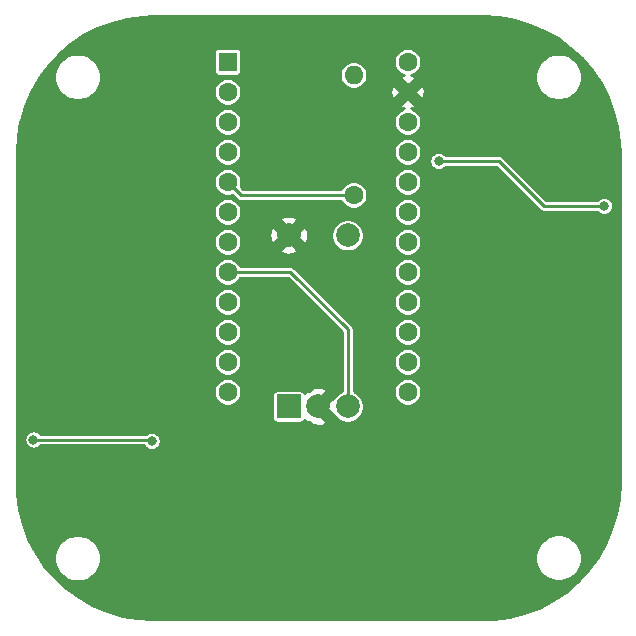
<source format=gbr>
%TF.GenerationSoftware,KiCad,Pcbnew,(5.1.10)-1*%
%TF.CreationDate,2021-11-28T19:12:49+01:00*%
%TF.ProjectId,VolumeKnob,566f6c75-6d65-44b6-9e6f-622e6b696361,rev?*%
%TF.SameCoordinates,Original*%
%TF.FileFunction,Copper,L2,Bot*%
%TF.FilePolarity,Positive*%
%FSLAX46Y46*%
G04 Gerber Fmt 4.6, Leading zero omitted, Abs format (unit mm)*
G04 Created by KiCad (PCBNEW (5.1.10)-1) date 2021-11-28 19:12:49*
%MOMM*%
%LPD*%
G01*
G04 APERTURE LIST*
%TA.AperFunction,ComponentPad*%
%ADD10R,2.000000X2.000000*%
%TD*%
%TA.AperFunction,ComponentPad*%
%ADD11C,2.000000*%
%TD*%
%TA.AperFunction,ComponentPad*%
%ADD12O,1.600000X1.600000*%
%TD*%
%TA.AperFunction,ComponentPad*%
%ADD13C,1.600000*%
%TD*%
%TA.AperFunction,ComponentPad*%
%ADD14R,1.600000X1.600000*%
%TD*%
%TA.AperFunction,ViaPad*%
%ADD15C,0.800000*%
%TD*%
%TA.AperFunction,Conductor*%
%ADD16C,0.250000*%
%TD*%
%TA.AperFunction,Conductor*%
%ADD17C,0.254000*%
%TD*%
%TA.AperFunction,Conductor*%
%ADD18C,0.100000*%
%TD*%
G04 APERTURE END LIST*
D10*
%TO.P,SW1,A*%
%TO.N,D7*%
X96430000Y-101730000D03*
D11*
%TO.P,SW1,C*%
%TO.N,GND*%
X98930000Y-101730000D03*
%TO.P,SW1,B*%
%TO.N,C6*%
X101430000Y-101730000D03*
%TO.P,SW1,S1*%
%TO.N,GND*%
X96430000Y-87230000D03*
%TO.P,SW1,S2*%
%TO.N,ButtonR*%
X101430000Y-87230000D03*
%TD*%
D12*
%TO.P,R1,2*%
%TO.N,VCC*%
X101930000Y-73670000D03*
D13*
%TO.P,R1,1*%
%TO.N,ButtonR*%
X101930000Y-83830000D03*
%TD*%
D14*
%TO.P,U1,1*%
%TO.N,Net-(U1-Pad1)*%
X91260000Y-72550000D03*
D13*
%TO.P,U1,2*%
%TO.N,Net-(U1-Pad2)*%
X91260000Y-75090000D03*
%TO.P,U1,3*%
%TO.N,Net-(U1-Pad3)*%
X91260000Y-77630000D03*
%TO.P,U1,4*%
%TO.N,Net-(U1-Pad4)*%
X91260000Y-80170000D03*
%TO.P,U1,5*%
%TO.N,ButtonR*%
X91260000Y-82710000D03*
%TO.P,U1,6*%
%TO.N,Net-(U1-Pad6)*%
X91260000Y-85250000D03*
%TO.P,U1,7*%
%TO.N,Net-(U1-Pad7)*%
X91260000Y-87790000D03*
%TO.P,U1,8*%
%TO.N,C6*%
X91260000Y-90330000D03*
%TO.P,U1,9*%
%TO.N,D7*%
X91260000Y-92870000D03*
%TO.P,U1,10*%
%TO.N,DIN*%
X91260000Y-95410000D03*
%TO.P,U1,11*%
%TO.N,Net-(U1-Pad11)*%
X91260000Y-97950000D03*
%TO.P,U1,12*%
%TO.N,Net-(U1-Pad12)*%
X91260000Y-100490000D03*
%TO.P,U1,13*%
%TO.N,Net-(U1-Pad13)*%
X106500000Y-100490000D03*
%TO.P,U1,14*%
%TO.N,Net-(U1-Pad14)*%
X106500000Y-97950000D03*
%TO.P,U1,15*%
%TO.N,Net-(U1-Pad15)*%
X106500000Y-95410000D03*
%TO.P,U1,16*%
%TO.N,Net-(U1-Pad16)*%
X106500000Y-92870000D03*
%TO.P,U1,17*%
%TO.N,Net-(U1-Pad17)*%
X106500000Y-90330000D03*
%TO.P,U1,18*%
%TO.N,Net-(U1-Pad18)*%
X106500000Y-87790000D03*
%TO.P,U1,19*%
%TO.N,Net-(U1-Pad19)*%
X106500000Y-85250000D03*
%TO.P,U1,20*%
%TO.N,Net-(U1-Pad20)*%
X106500000Y-82710000D03*
%TO.P,U1,21*%
%TO.N,VCC*%
X106500000Y-80170000D03*
%TO.P,U1,22*%
%TO.N,Net-(U1-Pad22)*%
X106500000Y-77630000D03*
%TO.P,U1,23*%
%TO.N,GND*%
X106500000Y-75090000D03*
%TO.P,U1,24*%
%TO.N,Net-(U1-Pad24)*%
X106500000Y-72550000D03*
%TD*%
D15*
%TO.N,VCC*%
X74830000Y-104530000D03*
X84830000Y-104630000D03*
%TO.N,Net-(D1-Pad4)*%
X123130000Y-84730000D03*
X109130000Y-80930000D03*
%TO.N,GND*%
X78240000Y-80220000D03*
%TD*%
D16*
%TO.N,VCC*%
X84730000Y-104530000D02*
X84830000Y-104630000D01*
X74830000Y-104530000D02*
X84730000Y-104530000D01*
%TO.N,ButtonR*%
X92380000Y-83830000D02*
X91260000Y-82710000D01*
X101930000Y-83830000D02*
X92380000Y-83830000D01*
%TO.N,Net-(D1-Pad4)*%
X109130000Y-80930000D02*
X114230000Y-80930000D01*
X118030000Y-84730000D02*
X123130000Y-84730000D01*
X114230000Y-80930000D02*
X118030000Y-84730000D01*
%TO.N,C6*%
X96560000Y-90330000D02*
X91040000Y-90330000D01*
X101430000Y-95200000D02*
X96560000Y-90330000D01*
X101430000Y-101730000D02*
X101430000Y-95200000D01*
%TD*%
D17*
%TO.N,GND*%
X114254242Y-68784949D02*
X115560921Y-69013001D01*
X116832734Y-69389730D01*
X118052824Y-69910142D01*
X119205003Y-70567333D01*
X120274021Y-71352603D01*
X121245692Y-72255536D01*
X122107142Y-73264165D01*
X122846958Y-74365127D01*
X123455327Y-75543818D01*
X123924191Y-76784629D01*
X124247332Y-78071108D01*
X124421121Y-79391165D01*
X124452201Y-80238782D01*
X124452200Y-108216232D01*
X124375051Y-109554242D01*
X124146999Y-110860923D01*
X123770270Y-112132734D01*
X123249857Y-113352827D01*
X122592667Y-114505003D01*
X121807396Y-115574021D01*
X120904464Y-116545693D01*
X119895835Y-117407142D01*
X118794869Y-118146960D01*
X117616178Y-118755329D01*
X116375374Y-119224190D01*
X115088893Y-119547331D01*
X113768835Y-119721121D01*
X112921246Y-119752200D01*
X84943768Y-119752200D01*
X83605758Y-119675051D01*
X82299077Y-119446999D01*
X81027266Y-119070270D01*
X79807173Y-118549857D01*
X78654997Y-117892667D01*
X77585979Y-117107396D01*
X76614307Y-116204464D01*
X75752858Y-115195835D01*
X75201418Y-114375204D01*
X76582200Y-114375204D01*
X76582200Y-114764796D01*
X76658205Y-115146903D01*
X76807296Y-115506840D01*
X77023742Y-115830774D01*
X77299226Y-116106258D01*
X77623160Y-116322704D01*
X77983097Y-116471795D01*
X78365204Y-116547800D01*
X78754796Y-116547800D01*
X79136903Y-116471795D01*
X79496840Y-116322704D01*
X79820774Y-116106258D01*
X80096258Y-115830774D01*
X80312704Y-115506840D01*
X80461795Y-115146903D01*
X80537800Y-114764796D01*
X80537800Y-114375204D01*
X80531833Y-114345204D01*
X117302200Y-114345204D01*
X117302200Y-114734796D01*
X117378205Y-115116903D01*
X117527296Y-115476840D01*
X117743742Y-115800774D01*
X118019226Y-116076258D01*
X118343160Y-116292704D01*
X118703097Y-116441795D01*
X119085204Y-116517800D01*
X119474796Y-116517800D01*
X119856903Y-116441795D01*
X120216840Y-116292704D01*
X120540774Y-116076258D01*
X120816258Y-115800774D01*
X121032704Y-115476840D01*
X121181795Y-115116903D01*
X121257800Y-114734796D01*
X121257800Y-114345204D01*
X121181795Y-113963097D01*
X121032704Y-113603160D01*
X120816258Y-113279226D01*
X120540774Y-113003742D01*
X120216840Y-112787296D01*
X119856903Y-112638205D01*
X119474796Y-112562200D01*
X119085204Y-112562200D01*
X118703097Y-112638205D01*
X118343160Y-112787296D01*
X118019226Y-113003742D01*
X117743742Y-113279226D01*
X117527296Y-113603160D01*
X117378205Y-113963097D01*
X117302200Y-114345204D01*
X80531833Y-114345204D01*
X80461795Y-113993097D01*
X80312704Y-113633160D01*
X80096258Y-113309226D01*
X79820774Y-113033742D01*
X79496840Y-112817296D01*
X79136903Y-112668205D01*
X78754796Y-112592200D01*
X78365204Y-112592200D01*
X77983097Y-112668205D01*
X77623160Y-112817296D01*
X77299226Y-113033742D01*
X77023742Y-113309226D01*
X76807296Y-113633160D01*
X76658205Y-113993097D01*
X76582200Y-114375204D01*
X75201418Y-114375204D01*
X75013040Y-114094869D01*
X74404671Y-112916178D01*
X73935810Y-111675374D01*
X73612669Y-110388893D01*
X73438879Y-109068835D01*
X73407800Y-108221246D01*
X73407800Y-104453393D01*
X74052200Y-104453393D01*
X74052200Y-104606607D01*
X74082091Y-104756876D01*
X74140723Y-104898426D01*
X74225844Y-105025818D01*
X74334182Y-105134156D01*
X74461574Y-105219277D01*
X74603124Y-105277909D01*
X74753393Y-105307800D01*
X74906607Y-105307800D01*
X75056876Y-105277909D01*
X75198426Y-105219277D01*
X75325818Y-105134156D01*
X75427174Y-105032800D01*
X84163691Y-105032800D01*
X84225844Y-105125818D01*
X84334182Y-105234156D01*
X84461574Y-105319277D01*
X84603124Y-105377909D01*
X84753393Y-105407800D01*
X84906607Y-105407800D01*
X85056876Y-105377909D01*
X85198426Y-105319277D01*
X85325818Y-105234156D01*
X85434156Y-105125818D01*
X85519277Y-104998426D01*
X85577909Y-104856876D01*
X85607800Y-104706607D01*
X85607800Y-104553393D01*
X85577909Y-104403124D01*
X85519277Y-104261574D01*
X85434156Y-104134182D01*
X85325818Y-104025844D01*
X85198426Y-103940723D01*
X85056876Y-103882091D01*
X84906607Y-103852200D01*
X84753393Y-103852200D01*
X84603124Y-103882091D01*
X84461574Y-103940723D01*
X84334182Y-104025844D01*
X84332826Y-104027200D01*
X75427174Y-104027200D01*
X75325818Y-103925844D01*
X75198426Y-103840723D01*
X75056876Y-103782091D01*
X74906607Y-103752200D01*
X74753393Y-103752200D01*
X74603124Y-103782091D01*
X74461574Y-103840723D01*
X74334182Y-103925844D01*
X74225844Y-104034182D01*
X74140723Y-104161574D01*
X74082091Y-104303124D01*
X74052200Y-104453393D01*
X73407800Y-104453393D01*
X73407800Y-100373997D01*
X90082200Y-100373997D01*
X90082200Y-100606003D01*
X90127462Y-100833552D01*
X90216247Y-101047898D01*
X90345143Y-101240804D01*
X90509196Y-101404857D01*
X90702102Y-101533753D01*
X90916448Y-101622538D01*
X91143997Y-101667800D01*
X91376003Y-101667800D01*
X91603552Y-101622538D01*
X91817898Y-101533753D01*
X92010804Y-101404857D01*
X92174857Y-101240804D01*
X92303753Y-101047898D01*
X92392538Y-100833552D01*
X92413135Y-100730000D01*
X95050372Y-100730000D01*
X95050372Y-102730000D01*
X95057666Y-102804062D01*
X95079269Y-102875277D01*
X95114351Y-102940910D01*
X95161562Y-102998438D01*
X95219090Y-103045649D01*
X95284723Y-103080731D01*
X95355938Y-103102334D01*
X95430000Y-103109628D01*
X97430000Y-103109628D01*
X97504062Y-103102334D01*
X97575277Y-103080731D01*
X97640910Y-103045649D01*
X97698438Y-102998438D01*
X97745649Y-102940910D01*
X97770973Y-102893532D01*
X98032473Y-103155032D01*
X98177975Y-103009530D01*
X98291302Y-103243678D01*
X98598877Y-103339197D01*
X98919178Y-103372875D01*
X99239895Y-103343418D01*
X99548703Y-103251960D01*
X99568698Y-103243678D01*
X99682026Y-103009527D01*
X98930000Y-102257502D01*
X98915858Y-102271644D01*
X98388356Y-101744142D01*
X98402498Y-101730000D01*
X98388356Y-101715858D01*
X98915858Y-101188356D01*
X98930000Y-101202498D01*
X99682026Y-100450473D01*
X99568698Y-100216322D01*
X99261123Y-100120803D01*
X98940822Y-100087125D01*
X98620105Y-100116582D01*
X98311297Y-100208040D01*
X98291302Y-100216322D01*
X98177975Y-100450470D01*
X98032473Y-100304968D01*
X97770973Y-100566468D01*
X97745649Y-100519090D01*
X97698438Y-100461562D01*
X97640910Y-100414351D01*
X97575277Y-100379269D01*
X97504062Y-100357666D01*
X97430000Y-100350372D01*
X95430000Y-100350372D01*
X95355938Y-100357666D01*
X95284723Y-100379269D01*
X95219090Y-100414351D01*
X95161562Y-100461562D01*
X95114351Y-100519090D01*
X95079269Y-100584723D01*
X95057666Y-100655938D01*
X95050372Y-100730000D01*
X92413135Y-100730000D01*
X92437800Y-100606003D01*
X92437800Y-100373997D01*
X92392538Y-100146448D01*
X92303753Y-99932102D01*
X92174857Y-99739196D01*
X92010804Y-99575143D01*
X91817898Y-99446247D01*
X91603552Y-99357462D01*
X91376003Y-99312200D01*
X91143997Y-99312200D01*
X90916448Y-99357462D01*
X90702102Y-99446247D01*
X90509196Y-99575143D01*
X90345143Y-99739196D01*
X90216247Y-99932102D01*
X90127462Y-100146448D01*
X90082200Y-100373997D01*
X73407800Y-100373997D01*
X73407800Y-97833997D01*
X90082200Y-97833997D01*
X90082200Y-98066003D01*
X90127462Y-98293552D01*
X90216247Y-98507898D01*
X90345143Y-98700804D01*
X90509196Y-98864857D01*
X90702102Y-98993753D01*
X90916448Y-99082538D01*
X91143997Y-99127800D01*
X91376003Y-99127800D01*
X91603552Y-99082538D01*
X91817898Y-98993753D01*
X92010804Y-98864857D01*
X92174857Y-98700804D01*
X92303753Y-98507898D01*
X92392538Y-98293552D01*
X92437800Y-98066003D01*
X92437800Y-97833997D01*
X92392538Y-97606448D01*
X92303753Y-97392102D01*
X92174857Y-97199196D01*
X92010804Y-97035143D01*
X91817898Y-96906247D01*
X91603552Y-96817462D01*
X91376003Y-96772200D01*
X91143997Y-96772200D01*
X90916448Y-96817462D01*
X90702102Y-96906247D01*
X90509196Y-97035143D01*
X90345143Y-97199196D01*
X90216247Y-97392102D01*
X90127462Y-97606448D01*
X90082200Y-97833997D01*
X73407800Y-97833997D01*
X73407800Y-95293997D01*
X90082200Y-95293997D01*
X90082200Y-95526003D01*
X90127462Y-95753552D01*
X90216247Y-95967898D01*
X90345143Y-96160804D01*
X90509196Y-96324857D01*
X90702102Y-96453753D01*
X90916448Y-96542538D01*
X91143997Y-96587800D01*
X91376003Y-96587800D01*
X91603552Y-96542538D01*
X91817898Y-96453753D01*
X92010804Y-96324857D01*
X92174857Y-96160804D01*
X92303753Y-95967898D01*
X92392538Y-95753552D01*
X92437800Y-95526003D01*
X92437800Y-95293997D01*
X92392538Y-95066448D01*
X92303753Y-94852102D01*
X92174857Y-94659196D01*
X92010804Y-94495143D01*
X91817898Y-94366247D01*
X91603552Y-94277462D01*
X91376003Y-94232200D01*
X91143997Y-94232200D01*
X90916448Y-94277462D01*
X90702102Y-94366247D01*
X90509196Y-94495143D01*
X90345143Y-94659196D01*
X90216247Y-94852102D01*
X90127462Y-95066448D01*
X90082200Y-95293997D01*
X73407800Y-95293997D01*
X73407800Y-92753997D01*
X90082200Y-92753997D01*
X90082200Y-92986003D01*
X90127462Y-93213552D01*
X90216247Y-93427898D01*
X90345143Y-93620804D01*
X90509196Y-93784857D01*
X90702102Y-93913753D01*
X90916448Y-94002538D01*
X91143997Y-94047800D01*
X91376003Y-94047800D01*
X91603552Y-94002538D01*
X91817898Y-93913753D01*
X92010804Y-93784857D01*
X92174857Y-93620804D01*
X92303753Y-93427898D01*
X92392538Y-93213552D01*
X92437800Y-92986003D01*
X92437800Y-92753997D01*
X92392538Y-92526448D01*
X92303753Y-92312102D01*
X92174857Y-92119196D01*
X92010804Y-91955143D01*
X91817898Y-91826247D01*
X91603552Y-91737462D01*
X91376003Y-91692200D01*
X91143997Y-91692200D01*
X90916448Y-91737462D01*
X90702102Y-91826247D01*
X90509196Y-91955143D01*
X90345143Y-92119196D01*
X90216247Y-92312102D01*
X90127462Y-92526448D01*
X90082200Y-92753997D01*
X73407800Y-92753997D01*
X73407800Y-90213997D01*
X90082200Y-90213997D01*
X90082200Y-90446003D01*
X90127462Y-90673552D01*
X90216247Y-90887898D01*
X90345143Y-91080804D01*
X90509196Y-91244857D01*
X90702102Y-91373753D01*
X90916448Y-91462538D01*
X91143997Y-91507800D01*
X91376003Y-91507800D01*
X91603552Y-91462538D01*
X91817898Y-91373753D01*
X92010804Y-91244857D01*
X92174857Y-91080804D01*
X92303753Y-90887898D01*
X92326575Y-90832800D01*
X96351734Y-90832800D01*
X100927201Y-95408268D01*
X100927200Y-100446946D01*
X100777367Y-100509009D01*
X100551703Y-100659793D01*
X100359793Y-100851703D01*
X100259319Y-101002073D01*
X100209527Y-100977974D01*
X99457502Y-101730000D01*
X100209527Y-102482026D01*
X100259319Y-102457927D01*
X100359793Y-102608297D01*
X100551703Y-102800207D01*
X100777367Y-102950991D01*
X101028110Y-103054852D01*
X101294299Y-103107800D01*
X101565701Y-103107800D01*
X101831890Y-103054852D01*
X102082633Y-102950991D01*
X102308297Y-102800207D01*
X102500207Y-102608297D01*
X102650991Y-102382633D01*
X102754852Y-102131890D01*
X102807800Y-101865701D01*
X102807800Y-101594299D01*
X102754852Y-101328110D01*
X102650991Y-101077367D01*
X102500207Y-100851703D01*
X102308297Y-100659793D01*
X102082633Y-100509009D01*
X101932800Y-100446946D01*
X101932800Y-100373997D01*
X105322200Y-100373997D01*
X105322200Y-100606003D01*
X105367462Y-100833552D01*
X105456247Y-101047898D01*
X105585143Y-101240804D01*
X105749196Y-101404857D01*
X105942102Y-101533753D01*
X106156448Y-101622538D01*
X106383997Y-101667800D01*
X106616003Y-101667800D01*
X106843552Y-101622538D01*
X107057898Y-101533753D01*
X107250804Y-101404857D01*
X107414857Y-101240804D01*
X107543753Y-101047898D01*
X107632538Y-100833552D01*
X107677800Y-100606003D01*
X107677800Y-100373997D01*
X107632538Y-100146448D01*
X107543753Y-99932102D01*
X107414857Y-99739196D01*
X107250804Y-99575143D01*
X107057898Y-99446247D01*
X106843552Y-99357462D01*
X106616003Y-99312200D01*
X106383997Y-99312200D01*
X106156448Y-99357462D01*
X105942102Y-99446247D01*
X105749196Y-99575143D01*
X105585143Y-99739196D01*
X105456247Y-99932102D01*
X105367462Y-100146448D01*
X105322200Y-100373997D01*
X101932800Y-100373997D01*
X101932800Y-97833997D01*
X105322200Y-97833997D01*
X105322200Y-98066003D01*
X105367462Y-98293552D01*
X105456247Y-98507898D01*
X105585143Y-98700804D01*
X105749196Y-98864857D01*
X105942102Y-98993753D01*
X106156448Y-99082538D01*
X106383997Y-99127800D01*
X106616003Y-99127800D01*
X106843552Y-99082538D01*
X107057898Y-98993753D01*
X107250804Y-98864857D01*
X107414857Y-98700804D01*
X107543753Y-98507898D01*
X107632538Y-98293552D01*
X107677800Y-98066003D01*
X107677800Y-97833997D01*
X107632538Y-97606448D01*
X107543753Y-97392102D01*
X107414857Y-97199196D01*
X107250804Y-97035143D01*
X107057898Y-96906247D01*
X106843552Y-96817462D01*
X106616003Y-96772200D01*
X106383997Y-96772200D01*
X106156448Y-96817462D01*
X105942102Y-96906247D01*
X105749196Y-97035143D01*
X105585143Y-97199196D01*
X105456247Y-97392102D01*
X105367462Y-97606448D01*
X105322200Y-97833997D01*
X101932800Y-97833997D01*
X101932800Y-95293997D01*
X105322200Y-95293997D01*
X105322200Y-95526003D01*
X105367462Y-95753552D01*
X105456247Y-95967898D01*
X105585143Y-96160804D01*
X105749196Y-96324857D01*
X105942102Y-96453753D01*
X106156448Y-96542538D01*
X106383997Y-96587800D01*
X106616003Y-96587800D01*
X106843552Y-96542538D01*
X107057898Y-96453753D01*
X107250804Y-96324857D01*
X107414857Y-96160804D01*
X107543753Y-95967898D01*
X107632538Y-95753552D01*
X107677800Y-95526003D01*
X107677800Y-95293997D01*
X107632538Y-95066448D01*
X107543753Y-94852102D01*
X107414857Y-94659196D01*
X107250804Y-94495143D01*
X107057898Y-94366247D01*
X106843552Y-94277462D01*
X106616003Y-94232200D01*
X106383997Y-94232200D01*
X106156448Y-94277462D01*
X105942102Y-94366247D01*
X105749196Y-94495143D01*
X105585143Y-94659196D01*
X105456247Y-94852102D01*
X105367462Y-95066448D01*
X105322200Y-95293997D01*
X101932800Y-95293997D01*
X101932800Y-95224691D01*
X101935232Y-95199999D01*
X101925524Y-95101434D01*
X101914911Y-95066448D01*
X101896774Y-95006656D01*
X101850085Y-94919308D01*
X101787253Y-94842747D01*
X101768075Y-94827008D01*
X99695064Y-92753997D01*
X105322200Y-92753997D01*
X105322200Y-92986003D01*
X105367462Y-93213552D01*
X105456247Y-93427898D01*
X105585143Y-93620804D01*
X105749196Y-93784857D01*
X105942102Y-93913753D01*
X106156448Y-94002538D01*
X106383997Y-94047800D01*
X106616003Y-94047800D01*
X106843552Y-94002538D01*
X107057898Y-93913753D01*
X107250804Y-93784857D01*
X107414857Y-93620804D01*
X107543753Y-93427898D01*
X107632538Y-93213552D01*
X107677800Y-92986003D01*
X107677800Y-92753997D01*
X107632538Y-92526448D01*
X107543753Y-92312102D01*
X107414857Y-92119196D01*
X107250804Y-91955143D01*
X107057898Y-91826247D01*
X106843552Y-91737462D01*
X106616003Y-91692200D01*
X106383997Y-91692200D01*
X106156448Y-91737462D01*
X105942102Y-91826247D01*
X105749196Y-91955143D01*
X105585143Y-92119196D01*
X105456247Y-92312102D01*
X105367462Y-92526448D01*
X105322200Y-92753997D01*
X99695064Y-92753997D01*
X97155064Y-90213997D01*
X105322200Y-90213997D01*
X105322200Y-90446003D01*
X105367462Y-90673552D01*
X105456247Y-90887898D01*
X105585143Y-91080804D01*
X105749196Y-91244857D01*
X105942102Y-91373753D01*
X106156448Y-91462538D01*
X106383997Y-91507800D01*
X106616003Y-91507800D01*
X106843552Y-91462538D01*
X107057898Y-91373753D01*
X107250804Y-91244857D01*
X107414857Y-91080804D01*
X107543753Y-90887898D01*
X107632538Y-90673552D01*
X107677800Y-90446003D01*
X107677800Y-90213997D01*
X107632538Y-89986448D01*
X107543753Y-89772102D01*
X107414857Y-89579196D01*
X107250804Y-89415143D01*
X107057898Y-89286247D01*
X106843552Y-89197462D01*
X106616003Y-89152200D01*
X106383997Y-89152200D01*
X106156448Y-89197462D01*
X105942102Y-89286247D01*
X105749196Y-89415143D01*
X105585143Y-89579196D01*
X105456247Y-89772102D01*
X105367462Y-89986448D01*
X105322200Y-90213997D01*
X97155064Y-90213997D01*
X96932996Y-89991930D01*
X96917253Y-89972747D01*
X96840692Y-89909915D01*
X96753344Y-89863226D01*
X96658566Y-89834476D01*
X96584692Y-89827200D01*
X96560000Y-89824768D01*
X96535308Y-89827200D01*
X92326575Y-89827200D01*
X92303753Y-89772102D01*
X92174857Y-89579196D01*
X92010804Y-89415143D01*
X91817898Y-89286247D01*
X91603552Y-89197462D01*
X91376003Y-89152200D01*
X91143997Y-89152200D01*
X90916448Y-89197462D01*
X90702102Y-89286247D01*
X90509196Y-89415143D01*
X90345143Y-89579196D01*
X90216247Y-89772102D01*
X90127462Y-89986448D01*
X90082200Y-90213997D01*
X73407800Y-90213997D01*
X73407800Y-87673997D01*
X90082200Y-87673997D01*
X90082200Y-87906003D01*
X90127462Y-88133552D01*
X90216247Y-88347898D01*
X90345143Y-88540804D01*
X90509196Y-88704857D01*
X90702102Y-88833753D01*
X90916448Y-88922538D01*
X91143997Y-88967800D01*
X91376003Y-88967800D01*
X91603552Y-88922538D01*
X91817898Y-88833753D01*
X92010804Y-88704857D01*
X92174857Y-88540804D01*
X92195755Y-88509527D01*
X95677974Y-88509527D01*
X95791302Y-88743678D01*
X96098877Y-88839197D01*
X96419178Y-88872875D01*
X96739895Y-88843418D01*
X97048703Y-88751960D01*
X97068698Y-88743678D01*
X97182026Y-88509527D01*
X96430000Y-87757502D01*
X95677974Y-88509527D01*
X92195755Y-88509527D01*
X92303753Y-88347898D01*
X92392538Y-88133552D01*
X92437800Y-87906003D01*
X92437800Y-87673997D01*
X92392538Y-87446448D01*
X92303753Y-87232102D01*
X92295118Y-87219178D01*
X94787125Y-87219178D01*
X94816582Y-87539895D01*
X94908040Y-87848703D01*
X94916322Y-87868698D01*
X95150473Y-87982026D01*
X95902498Y-87230000D01*
X96957502Y-87230000D01*
X97709527Y-87982026D01*
X97943678Y-87868698D01*
X98039197Y-87561123D01*
X98072875Y-87240822D01*
X98059418Y-87094299D01*
X100052200Y-87094299D01*
X100052200Y-87365701D01*
X100105148Y-87631890D01*
X100209009Y-87882633D01*
X100359793Y-88108297D01*
X100551703Y-88300207D01*
X100777367Y-88450991D01*
X101028110Y-88554852D01*
X101294299Y-88607800D01*
X101565701Y-88607800D01*
X101831890Y-88554852D01*
X102082633Y-88450991D01*
X102308297Y-88300207D01*
X102500207Y-88108297D01*
X102650991Y-87882633D01*
X102737410Y-87673997D01*
X105322200Y-87673997D01*
X105322200Y-87906003D01*
X105367462Y-88133552D01*
X105456247Y-88347898D01*
X105585143Y-88540804D01*
X105749196Y-88704857D01*
X105942102Y-88833753D01*
X106156448Y-88922538D01*
X106383997Y-88967800D01*
X106616003Y-88967800D01*
X106843552Y-88922538D01*
X107057898Y-88833753D01*
X107250804Y-88704857D01*
X107414857Y-88540804D01*
X107543753Y-88347898D01*
X107632538Y-88133552D01*
X107677800Y-87906003D01*
X107677800Y-87673997D01*
X107632538Y-87446448D01*
X107543753Y-87232102D01*
X107414857Y-87039196D01*
X107250804Y-86875143D01*
X107057898Y-86746247D01*
X106843552Y-86657462D01*
X106616003Y-86612200D01*
X106383997Y-86612200D01*
X106156448Y-86657462D01*
X105942102Y-86746247D01*
X105749196Y-86875143D01*
X105585143Y-87039196D01*
X105456247Y-87232102D01*
X105367462Y-87446448D01*
X105322200Y-87673997D01*
X102737410Y-87673997D01*
X102754852Y-87631890D01*
X102807800Y-87365701D01*
X102807800Y-87094299D01*
X102754852Y-86828110D01*
X102650991Y-86577367D01*
X102500207Y-86351703D01*
X102308297Y-86159793D01*
X102082633Y-86009009D01*
X101831890Y-85905148D01*
X101565701Y-85852200D01*
X101294299Y-85852200D01*
X101028110Y-85905148D01*
X100777367Y-86009009D01*
X100551703Y-86159793D01*
X100359793Y-86351703D01*
X100209009Y-86577367D01*
X100105148Y-86828110D01*
X100052200Y-87094299D01*
X98059418Y-87094299D01*
X98043418Y-86920105D01*
X97951960Y-86611297D01*
X97943678Y-86591302D01*
X97709527Y-86477974D01*
X96957502Y-87230000D01*
X95902498Y-87230000D01*
X95150473Y-86477974D01*
X94916322Y-86591302D01*
X94820803Y-86898877D01*
X94787125Y-87219178D01*
X92295118Y-87219178D01*
X92174857Y-87039196D01*
X92010804Y-86875143D01*
X91817898Y-86746247D01*
X91603552Y-86657462D01*
X91376003Y-86612200D01*
X91143997Y-86612200D01*
X90916448Y-86657462D01*
X90702102Y-86746247D01*
X90509196Y-86875143D01*
X90345143Y-87039196D01*
X90216247Y-87232102D01*
X90127462Y-87446448D01*
X90082200Y-87673997D01*
X73407800Y-87673997D01*
X73407800Y-85133997D01*
X90082200Y-85133997D01*
X90082200Y-85366003D01*
X90127462Y-85593552D01*
X90216247Y-85807898D01*
X90345143Y-86000804D01*
X90509196Y-86164857D01*
X90702102Y-86293753D01*
X90916448Y-86382538D01*
X91143997Y-86427800D01*
X91376003Y-86427800D01*
X91603552Y-86382538D01*
X91817898Y-86293753D01*
X92010804Y-86164857D01*
X92174857Y-86000804D01*
X92208487Y-85950473D01*
X95677974Y-85950473D01*
X96430000Y-86702498D01*
X97182026Y-85950473D01*
X97068698Y-85716322D01*
X96761123Y-85620803D01*
X96440822Y-85587125D01*
X96120105Y-85616582D01*
X95811297Y-85708040D01*
X95791302Y-85716322D01*
X95677974Y-85950473D01*
X92208487Y-85950473D01*
X92303753Y-85807898D01*
X92392538Y-85593552D01*
X92437800Y-85366003D01*
X92437800Y-85133997D01*
X105322200Y-85133997D01*
X105322200Y-85366003D01*
X105367462Y-85593552D01*
X105456247Y-85807898D01*
X105585143Y-86000804D01*
X105749196Y-86164857D01*
X105942102Y-86293753D01*
X106156448Y-86382538D01*
X106383997Y-86427800D01*
X106616003Y-86427800D01*
X106843552Y-86382538D01*
X107057898Y-86293753D01*
X107250804Y-86164857D01*
X107414857Y-86000804D01*
X107543753Y-85807898D01*
X107632538Y-85593552D01*
X107677800Y-85366003D01*
X107677800Y-85133997D01*
X107632538Y-84906448D01*
X107543753Y-84692102D01*
X107414857Y-84499196D01*
X107250804Y-84335143D01*
X107057898Y-84206247D01*
X106843552Y-84117462D01*
X106616003Y-84072200D01*
X106383997Y-84072200D01*
X106156448Y-84117462D01*
X105942102Y-84206247D01*
X105749196Y-84335143D01*
X105585143Y-84499196D01*
X105456247Y-84692102D01*
X105367462Y-84906448D01*
X105322200Y-85133997D01*
X92437800Y-85133997D01*
X92392538Y-84906448D01*
X92303753Y-84692102D01*
X92174857Y-84499196D01*
X92010804Y-84335143D01*
X91817898Y-84206247D01*
X91603552Y-84117462D01*
X91376003Y-84072200D01*
X91143997Y-84072200D01*
X90916448Y-84117462D01*
X90702102Y-84206247D01*
X90509196Y-84335143D01*
X90345143Y-84499196D01*
X90216247Y-84692102D01*
X90127462Y-84906448D01*
X90082200Y-85133997D01*
X73407800Y-85133997D01*
X73407800Y-82593997D01*
X90082200Y-82593997D01*
X90082200Y-82826003D01*
X90127462Y-83053552D01*
X90216247Y-83267898D01*
X90345143Y-83460804D01*
X90509196Y-83624857D01*
X90702102Y-83753753D01*
X90916448Y-83842538D01*
X91143997Y-83887800D01*
X91376003Y-83887800D01*
X91603552Y-83842538D01*
X91658649Y-83819716D01*
X92007008Y-84168075D01*
X92022747Y-84187253D01*
X92099308Y-84250085D01*
X92186656Y-84296774D01*
X92281434Y-84325524D01*
X92355308Y-84332800D01*
X92355315Y-84332800D01*
X92379999Y-84335231D01*
X92404684Y-84332800D01*
X100863425Y-84332800D01*
X100886247Y-84387898D01*
X101015143Y-84580804D01*
X101179196Y-84744857D01*
X101372102Y-84873753D01*
X101586448Y-84962538D01*
X101813997Y-85007800D01*
X102046003Y-85007800D01*
X102273552Y-84962538D01*
X102487898Y-84873753D01*
X102680804Y-84744857D01*
X102844857Y-84580804D01*
X102973753Y-84387898D01*
X103062538Y-84173552D01*
X103107800Y-83946003D01*
X103107800Y-83713997D01*
X103062538Y-83486448D01*
X102973753Y-83272102D01*
X102844857Y-83079196D01*
X102680804Y-82915143D01*
X102487898Y-82786247D01*
X102273552Y-82697462D01*
X102046003Y-82652200D01*
X101813997Y-82652200D01*
X101586448Y-82697462D01*
X101372102Y-82786247D01*
X101179196Y-82915143D01*
X101015143Y-83079196D01*
X100886247Y-83272102D01*
X100863425Y-83327200D01*
X92588267Y-83327200D01*
X92369716Y-83108649D01*
X92392538Y-83053552D01*
X92437800Y-82826003D01*
X92437800Y-82593997D01*
X105322200Y-82593997D01*
X105322200Y-82826003D01*
X105367462Y-83053552D01*
X105456247Y-83267898D01*
X105585143Y-83460804D01*
X105749196Y-83624857D01*
X105942102Y-83753753D01*
X106156448Y-83842538D01*
X106383997Y-83887800D01*
X106616003Y-83887800D01*
X106843552Y-83842538D01*
X107057898Y-83753753D01*
X107250804Y-83624857D01*
X107414857Y-83460804D01*
X107543753Y-83267898D01*
X107632538Y-83053552D01*
X107677800Y-82826003D01*
X107677800Y-82593997D01*
X107632538Y-82366448D01*
X107543753Y-82152102D01*
X107414857Y-81959196D01*
X107250804Y-81795143D01*
X107057898Y-81666247D01*
X106843552Y-81577462D01*
X106616003Y-81532200D01*
X106383997Y-81532200D01*
X106156448Y-81577462D01*
X105942102Y-81666247D01*
X105749196Y-81795143D01*
X105585143Y-81959196D01*
X105456247Y-82152102D01*
X105367462Y-82366448D01*
X105322200Y-82593997D01*
X92437800Y-82593997D01*
X92392538Y-82366448D01*
X92303753Y-82152102D01*
X92174857Y-81959196D01*
X92010804Y-81795143D01*
X91817898Y-81666247D01*
X91603552Y-81577462D01*
X91376003Y-81532200D01*
X91143997Y-81532200D01*
X90916448Y-81577462D01*
X90702102Y-81666247D01*
X90509196Y-81795143D01*
X90345143Y-81959196D01*
X90216247Y-82152102D01*
X90127462Y-82366448D01*
X90082200Y-82593997D01*
X73407800Y-82593997D01*
X73407800Y-80243768D01*
X73418742Y-80053997D01*
X90082200Y-80053997D01*
X90082200Y-80286003D01*
X90127462Y-80513552D01*
X90216247Y-80727898D01*
X90345143Y-80920804D01*
X90509196Y-81084857D01*
X90702102Y-81213753D01*
X90916448Y-81302538D01*
X91143997Y-81347800D01*
X91376003Y-81347800D01*
X91603552Y-81302538D01*
X91817898Y-81213753D01*
X92010804Y-81084857D01*
X92174857Y-80920804D01*
X92303753Y-80727898D01*
X92392538Y-80513552D01*
X92437800Y-80286003D01*
X92437800Y-80053997D01*
X105322200Y-80053997D01*
X105322200Y-80286003D01*
X105367462Y-80513552D01*
X105456247Y-80727898D01*
X105585143Y-80920804D01*
X105749196Y-81084857D01*
X105942102Y-81213753D01*
X106156448Y-81302538D01*
X106383997Y-81347800D01*
X106616003Y-81347800D01*
X106843552Y-81302538D01*
X107057898Y-81213753D01*
X107250804Y-81084857D01*
X107414857Y-80920804D01*
X107459899Y-80853393D01*
X108352200Y-80853393D01*
X108352200Y-81006607D01*
X108382091Y-81156876D01*
X108440723Y-81298426D01*
X108525844Y-81425818D01*
X108634182Y-81534156D01*
X108761574Y-81619277D01*
X108903124Y-81677909D01*
X109053393Y-81707800D01*
X109206607Y-81707800D01*
X109356876Y-81677909D01*
X109498426Y-81619277D01*
X109625818Y-81534156D01*
X109727174Y-81432800D01*
X114021734Y-81432800D01*
X117657008Y-85068075D01*
X117672747Y-85087253D01*
X117691925Y-85102992D01*
X117691926Y-85102993D01*
X117749308Y-85150085D01*
X117836656Y-85196774D01*
X117931434Y-85225524D01*
X118030000Y-85235232D01*
X118054692Y-85232800D01*
X122532826Y-85232800D01*
X122634182Y-85334156D01*
X122761574Y-85419277D01*
X122903124Y-85477909D01*
X123053393Y-85507800D01*
X123206607Y-85507800D01*
X123356876Y-85477909D01*
X123498426Y-85419277D01*
X123625818Y-85334156D01*
X123734156Y-85225818D01*
X123819277Y-85098426D01*
X123877909Y-84956876D01*
X123907800Y-84806607D01*
X123907800Y-84653393D01*
X123877909Y-84503124D01*
X123819277Y-84361574D01*
X123734156Y-84234182D01*
X123625818Y-84125844D01*
X123498426Y-84040723D01*
X123356876Y-83982091D01*
X123206607Y-83952200D01*
X123053393Y-83952200D01*
X122903124Y-83982091D01*
X122761574Y-84040723D01*
X122634182Y-84125844D01*
X122532826Y-84227200D01*
X118238267Y-84227200D01*
X114602996Y-80591930D01*
X114587253Y-80572747D01*
X114510692Y-80509915D01*
X114423344Y-80463226D01*
X114328566Y-80434476D01*
X114254692Y-80427200D01*
X114230000Y-80424768D01*
X114205308Y-80427200D01*
X109727174Y-80427200D01*
X109625818Y-80325844D01*
X109498426Y-80240723D01*
X109356876Y-80182091D01*
X109206607Y-80152200D01*
X109053393Y-80152200D01*
X108903124Y-80182091D01*
X108761574Y-80240723D01*
X108634182Y-80325844D01*
X108525844Y-80434182D01*
X108440723Y-80561574D01*
X108382091Y-80703124D01*
X108352200Y-80853393D01*
X107459899Y-80853393D01*
X107543753Y-80727898D01*
X107632538Y-80513552D01*
X107677800Y-80286003D01*
X107677800Y-80053997D01*
X107632538Y-79826448D01*
X107543753Y-79612102D01*
X107414857Y-79419196D01*
X107250804Y-79255143D01*
X107057898Y-79126247D01*
X106843552Y-79037462D01*
X106616003Y-78992200D01*
X106383997Y-78992200D01*
X106156448Y-79037462D01*
X105942102Y-79126247D01*
X105749196Y-79255143D01*
X105585143Y-79419196D01*
X105456247Y-79612102D01*
X105367462Y-79826448D01*
X105322200Y-80053997D01*
X92437800Y-80053997D01*
X92392538Y-79826448D01*
X92303753Y-79612102D01*
X92174857Y-79419196D01*
X92010804Y-79255143D01*
X91817898Y-79126247D01*
X91603552Y-79037462D01*
X91376003Y-78992200D01*
X91143997Y-78992200D01*
X90916448Y-79037462D01*
X90702102Y-79126247D01*
X90509196Y-79255143D01*
X90345143Y-79419196D01*
X90216247Y-79612102D01*
X90127462Y-79826448D01*
X90082200Y-80053997D01*
X73418742Y-80053997D01*
X73484949Y-78905758D01*
X73713001Y-77599079D01*
X73738203Y-77513997D01*
X90082200Y-77513997D01*
X90082200Y-77746003D01*
X90127462Y-77973552D01*
X90216247Y-78187898D01*
X90345143Y-78380804D01*
X90509196Y-78544857D01*
X90702102Y-78673753D01*
X90916448Y-78762538D01*
X91143997Y-78807800D01*
X91376003Y-78807800D01*
X91603552Y-78762538D01*
X91817898Y-78673753D01*
X92010804Y-78544857D01*
X92174857Y-78380804D01*
X92303753Y-78187898D01*
X92392538Y-77973552D01*
X92437800Y-77746003D01*
X92437800Y-77513997D01*
X105322200Y-77513997D01*
X105322200Y-77746003D01*
X105367462Y-77973552D01*
X105456247Y-78187898D01*
X105585143Y-78380804D01*
X105749196Y-78544857D01*
X105942102Y-78673753D01*
X106156448Y-78762538D01*
X106383997Y-78807800D01*
X106616003Y-78807800D01*
X106843552Y-78762538D01*
X107057898Y-78673753D01*
X107250804Y-78544857D01*
X107414857Y-78380804D01*
X107543753Y-78187898D01*
X107632538Y-77973552D01*
X107677800Y-77746003D01*
X107677800Y-77513997D01*
X107632538Y-77286448D01*
X107543753Y-77072102D01*
X107414857Y-76879196D01*
X107250804Y-76715143D01*
X107057898Y-76586247D01*
X106843552Y-76497462D01*
X106826091Y-76493989D01*
X107016941Y-76436094D01*
X107104424Y-76221926D01*
X106500000Y-75617502D01*
X105895576Y-76221926D01*
X105983059Y-76436094D01*
X106185269Y-76491729D01*
X106156448Y-76497462D01*
X105942102Y-76586247D01*
X105749196Y-76715143D01*
X105585143Y-76879196D01*
X105456247Y-77072102D01*
X105367462Y-77286448D01*
X105322200Y-77513997D01*
X92437800Y-77513997D01*
X92392538Y-77286448D01*
X92303753Y-77072102D01*
X92174857Y-76879196D01*
X92010804Y-76715143D01*
X91817898Y-76586247D01*
X91603552Y-76497462D01*
X91376003Y-76452200D01*
X91143997Y-76452200D01*
X90916448Y-76497462D01*
X90702102Y-76586247D01*
X90509196Y-76715143D01*
X90345143Y-76879196D01*
X90216247Y-77072102D01*
X90127462Y-77286448D01*
X90082200Y-77513997D01*
X73738203Y-77513997D01*
X74089730Y-76327266D01*
X74610142Y-75107176D01*
X75267333Y-73954997D01*
X75502243Y-73635204D01*
X76582200Y-73635204D01*
X76582200Y-74024796D01*
X76658205Y-74406903D01*
X76807296Y-74766840D01*
X77023742Y-75090774D01*
X77299226Y-75366258D01*
X77623160Y-75582704D01*
X77983097Y-75731795D01*
X78365204Y-75807800D01*
X78754796Y-75807800D01*
X79136903Y-75731795D01*
X79496840Y-75582704D01*
X79820774Y-75366258D01*
X80096258Y-75090774D01*
X80174285Y-74973997D01*
X90082200Y-74973997D01*
X90082200Y-75206003D01*
X90127462Y-75433552D01*
X90216247Y-75647898D01*
X90345143Y-75840804D01*
X90509196Y-76004857D01*
X90702102Y-76133753D01*
X90916448Y-76222538D01*
X91143997Y-76267800D01*
X91376003Y-76267800D01*
X91603552Y-76222538D01*
X91817898Y-76133753D01*
X92010804Y-76004857D01*
X92174857Y-75840804D01*
X92303753Y-75647898D01*
X92392538Y-75433552D01*
X92437800Y-75206003D01*
X92437800Y-75127537D01*
X105058546Y-75127537D01*
X105093566Y-75408030D01*
X105153906Y-75606941D01*
X105368074Y-75694424D01*
X105972498Y-75090000D01*
X107027502Y-75090000D01*
X107631926Y-75694424D01*
X107846094Y-75606941D01*
X107921080Y-75334398D01*
X107941454Y-75052463D01*
X107906434Y-74771970D01*
X107846094Y-74573059D01*
X107631926Y-74485576D01*
X107027502Y-75090000D01*
X105972498Y-75090000D01*
X105368074Y-74485576D01*
X105153906Y-74573059D01*
X105078920Y-74845602D01*
X105058546Y-75127537D01*
X92437800Y-75127537D01*
X92437800Y-74973997D01*
X92392538Y-74746448D01*
X92303753Y-74532102D01*
X92174857Y-74339196D01*
X92010804Y-74175143D01*
X91817898Y-74046247D01*
X91603552Y-73957462D01*
X91376003Y-73912200D01*
X91143997Y-73912200D01*
X90916448Y-73957462D01*
X90702102Y-74046247D01*
X90509196Y-74175143D01*
X90345143Y-74339196D01*
X90216247Y-74532102D01*
X90127462Y-74746448D01*
X90082200Y-74973997D01*
X80174285Y-74973997D01*
X80312704Y-74766840D01*
X80461795Y-74406903D01*
X80537800Y-74024796D01*
X80537800Y-73635204D01*
X80461795Y-73253097D01*
X80312704Y-72893160D01*
X80096258Y-72569226D01*
X79820774Y-72293742D01*
X79496840Y-72077296D01*
X79136903Y-71928205D01*
X78754796Y-71852200D01*
X78365204Y-71852200D01*
X77983097Y-71928205D01*
X77623160Y-72077296D01*
X77299226Y-72293742D01*
X77023742Y-72569226D01*
X76807296Y-72893160D01*
X76658205Y-73253097D01*
X76582200Y-73635204D01*
X75502243Y-73635204D01*
X76052603Y-72885979D01*
X76955536Y-71914308D01*
X77147916Y-71750000D01*
X90080372Y-71750000D01*
X90080372Y-73350000D01*
X90087666Y-73424062D01*
X90109269Y-73495277D01*
X90144351Y-73560910D01*
X90191562Y-73618438D01*
X90249090Y-73665649D01*
X90314723Y-73700731D01*
X90385938Y-73722334D01*
X90460000Y-73729628D01*
X92060000Y-73729628D01*
X92134062Y-73722334D01*
X92205277Y-73700731D01*
X92270910Y-73665649D01*
X92328438Y-73618438D01*
X92375649Y-73560910D01*
X92379344Y-73553997D01*
X100752200Y-73553997D01*
X100752200Y-73786003D01*
X100797462Y-74013552D01*
X100886247Y-74227898D01*
X101015143Y-74420804D01*
X101179196Y-74584857D01*
X101372102Y-74713753D01*
X101586448Y-74802538D01*
X101813997Y-74847800D01*
X102046003Y-74847800D01*
X102273552Y-74802538D01*
X102487898Y-74713753D01*
X102680804Y-74584857D01*
X102844857Y-74420804D01*
X102973753Y-74227898D01*
X103062538Y-74013552D01*
X103107800Y-73786003D01*
X103107800Y-73553997D01*
X103062538Y-73326448D01*
X102973753Y-73112102D01*
X102844857Y-72919196D01*
X102680804Y-72755143D01*
X102487898Y-72626247D01*
X102273552Y-72537462D01*
X102046003Y-72492200D01*
X101813997Y-72492200D01*
X101586448Y-72537462D01*
X101372102Y-72626247D01*
X101179196Y-72755143D01*
X101015143Y-72919196D01*
X100886247Y-73112102D01*
X100797462Y-73326448D01*
X100752200Y-73553997D01*
X92379344Y-73553997D01*
X92410731Y-73495277D01*
X92432334Y-73424062D01*
X92439628Y-73350000D01*
X92439628Y-72433997D01*
X105322200Y-72433997D01*
X105322200Y-72666003D01*
X105367462Y-72893552D01*
X105456247Y-73107898D01*
X105585143Y-73300804D01*
X105749196Y-73464857D01*
X105942102Y-73593753D01*
X106156448Y-73682538D01*
X106173909Y-73686011D01*
X105983059Y-73743906D01*
X105895576Y-73958074D01*
X106500000Y-74562498D01*
X107104424Y-73958074D01*
X107016941Y-73743906D01*
X106814731Y-73688271D01*
X106843552Y-73682538D01*
X106957826Y-73635204D01*
X117302200Y-73635204D01*
X117302200Y-74024796D01*
X117378205Y-74406903D01*
X117527296Y-74766840D01*
X117743742Y-75090774D01*
X118019226Y-75366258D01*
X118343160Y-75582704D01*
X118703097Y-75731795D01*
X119085204Y-75807800D01*
X119474796Y-75807800D01*
X119856903Y-75731795D01*
X120216840Y-75582704D01*
X120540774Y-75366258D01*
X120816258Y-75090774D01*
X121032704Y-74766840D01*
X121181795Y-74406903D01*
X121257800Y-74024796D01*
X121257800Y-73635204D01*
X121181795Y-73253097D01*
X121032704Y-72893160D01*
X120816258Y-72569226D01*
X120540774Y-72293742D01*
X120216840Y-72077296D01*
X119856903Y-71928205D01*
X119474796Y-71852200D01*
X119085204Y-71852200D01*
X118703097Y-71928205D01*
X118343160Y-72077296D01*
X118019226Y-72293742D01*
X117743742Y-72569226D01*
X117527296Y-72893160D01*
X117378205Y-73253097D01*
X117302200Y-73635204D01*
X106957826Y-73635204D01*
X107057898Y-73593753D01*
X107250804Y-73464857D01*
X107414857Y-73300804D01*
X107543753Y-73107898D01*
X107632538Y-72893552D01*
X107677800Y-72666003D01*
X107677800Y-72433997D01*
X107632538Y-72206448D01*
X107543753Y-71992102D01*
X107414857Y-71799196D01*
X107250804Y-71635143D01*
X107057898Y-71506247D01*
X106843552Y-71417462D01*
X106616003Y-71372200D01*
X106383997Y-71372200D01*
X106156448Y-71417462D01*
X105942102Y-71506247D01*
X105749196Y-71635143D01*
X105585143Y-71799196D01*
X105456247Y-71992102D01*
X105367462Y-72206448D01*
X105322200Y-72433997D01*
X92439628Y-72433997D01*
X92439628Y-71750000D01*
X92432334Y-71675938D01*
X92410731Y-71604723D01*
X92375649Y-71539090D01*
X92328438Y-71481562D01*
X92270910Y-71434351D01*
X92205277Y-71399269D01*
X92134062Y-71377666D01*
X92060000Y-71370372D01*
X90460000Y-71370372D01*
X90385938Y-71377666D01*
X90314723Y-71399269D01*
X90249090Y-71434351D01*
X90191562Y-71481562D01*
X90144351Y-71539090D01*
X90109269Y-71604723D01*
X90087666Y-71675938D01*
X90080372Y-71750000D01*
X77147916Y-71750000D01*
X77964165Y-71052858D01*
X79065127Y-70313042D01*
X80243818Y-69704673D01*
X81484629Y-69235809D01*
X82771108Y-68912668D01*
X84091165Y-68738879D01*
X84938755Y-68707800D01*
X112916232Y-68707800D01*
X114254242Y-68784949D01*
%TA.AperFunction,Conductor*%
D18*
G36*
X114254242Y-68784949D02*
G01*
X115560921Y-69013001D01*
X116832734Y-69389730D01*
X118052824Y-69910142D01*
X119205003Y-70567333D01*
X120274021Y-71352603D01*
X121245692Y-72255536D01*
X122107142Y-73264165D01*
X122846958Y-74365127D01*
X123455327Y-75543818D01*
X123924191Y-76784629D01*
X124247332Y-78071108D01*
X124421121Y-79391165D01*
X124452201Y-80238782D01*
X124452200Y-108216232D01*
X124375051Y-109554242D01*
X124146999Y-110860923D01*
X123770270Y-112132734D01*
X123249857Y-113352827D01*
X122592667Y-114505003D01*
X121807396Y-115574021D01*
X120904464Y-116545693D01*
X119895835Y-117407142D01*
X118794869Y-118146960D01*
X117616178Y-118755329D01*
X116375374Y-119224190D01*
X115088893Y-119547331D01*
X113768835Y-119721121D01*
X112921246Y-119752200D01*
X84943768Y-119752200D01*
X83605758Y-119675051D01*
X82299077Y-119446999D01*
X81027266Y-119070270D01*
X79807173Y-118549857D01*
X78654997Y-117892667D01*
X77585979Y-117107396D01*
X76614307Y-116204464D01*
X75752858Y-115195835D01*
X75201418Y-114375204D01*
X76582200Y-114375204D01*
X76582200Y-114764796D01*
X76658205Y-115146903D01*
X76807296Y-115506840D01*
X77023742Y-115830774D01*
X77299226Y-116106258D01*
X77623160Y-116322704D01*
X77983097Y-116471795D01*
X78365204Y-116547800D01*
X78754796Y-116547800D01*
X79136903Y-116471795D01*
X79496840Y-116322704D01*
X79820774Y-116106258D01*
X80096258Y-115830774D01*
X80312704Y-115506840D01*
X80461795Y-115146903D01*
X80537800Y-114764796D01*
X80537800Y-114375204D01*
X80531833Y-114345204D01*
X117302200Y-114345204D01*
X117302200Y-114734796D01*
X117378205Y-115116903D01*
X117527296Y-115476840D01*
X117743742Y-115800774D01*
X118019226Y-116076258D01*
X118343160Y-116292704D01*
X118703097Y-116441795D01*
X119085204Y-116517800D01*
X119474796Y-116517800D01*
X119856903Y-116441795D01*
X120216840Y-116292704D01*
X120540774Y-116076258D01*
X120816258Y-115800774D01*
X121032704Y-115476840D01*
X121181795Y-115116903D01*
X121257800Y-114734796D01*
X121257800Y-114345204D01*
X121181795Y-113963097D01*
X121032704Y-113603160D01*
X120816258Y-113279226D01*
X120540774Y-113003742D01*
X120216840Y-112787296D01*
X119856903Y-112638205D01*
X119474796Y-112562200D01*
X119085204Y-112562200D01*
X118703097Y-112638205D01*
X118343160Y-112787296D01*
X118019226Y-113003742D01*
X117743742Y-113279226D01*
X117527296Y-113603160D01*
X117378205Y-113963097D01*
X117302200Y-114345204D01*
X80531833Y-114345204D01*
X80461795Y-113993097D01*
X80312704Y-113633160D01*
X80096258Y-113309226D01*
X79820774Y-113033742D01*
X79496840Y-112817296D01*
X79136903Y-112668205D01*
X78754796Y-112592200D01*
X78365204Y-112592200D01*
X77983097Y-112668205D01*
X77623160Y-112817296D01*
X77299226Y-113033742D01*
X77023742Y-113309226D01*
X76807296Y-113633160D01*
X76658205Y-113993097D01*
X76582200Y-114375204D01*
X75201418Y-114375204D01*
X75013040Y-114094869D01*
X74404671Y-112916178D01*
X73935810Y-111675374D01*
X73612669Y-110388893D01*
X73438879Y-109068835D01*
X73407800Y-108221246D01*
X73407800Y-104453393D01*
X74052200Y-104453393D01*
X74052200Y-104606607D01*
X74082091Y-104756876D01*
X74140723Y-104898426D01*
X74225844Y-105025818D01*
X74334182Y-105134156D01*
X74461574Y-105219277D01*
X74603124Y-105277909D01*
X74753393Y-105307800D01*
X74906607Y-105307800D01*
X75056876Y-105277909D01*
X75198426Y-105219277D01*
X75325818Y-105134156D01*
X75427174Y-105032800D01*
X84163691Y-105032800D01*
X84225844Y-105125818D01*
X84334182Y-105234156D01*
X84461574Y-105319277D01*
X84603124Y-105377909D01*
X84753393Y-105407800D01*
X84906607Y-105407800D01*
X85056876Y-105377909D01*
X85198426Y-105319277D01*
X85325818Y-105234156D01*
X85434156Y-105125818D01*
X85519277Y-104998426D01*
X85577909Y-104856876D01*
X85607800Y-104706607D01*
X85607800Y-104553393D01*
X85577909Y-104403124D01*
X85519277Y-104261574D01*
X85434156Y-104134182D01*
X85325818Y-104025844D01*
X85198426Y-103940723D01*
X85056876Y-103882091D01*
X84906607Y-103852200D01*
X84753393Y-103852200D01*
X84603124Y-103882091D01*
X84461574Y-103940723D01*
X84334182Y-104025844D01*
X84332826Y-104027200D01*
X75427174Y-104027200D01*
X75325818Y-103925844D01*
X75198426Y-103840723D01*
X75056876Y-103782091D01*
X74906607Y-103752200D01*
X74753393Y-103752200D01*
X74603124Y-103782091D01*
X74461574Y-103840723D01*
X74334182Y-103925844D01*
X74225844Y-104034182D01*
X74140723Y-104161574D01*
X74082091Y-104303124D01*
X74052200Y-104453393D01*
X73407800Y-104453393D01*
X73407800Y-100373997D01*
X90082200Y-100373997D01*
X90082200Y-100606003D01*
X90127462Y-100833552D01*
X90216247Y-101047898D01*
X90345143Y-101240804D01*
X90509196Y-101404857D01*
X90702102Y-101533753D01*
X90916448Y-101622538D01*
X91143997Y-101667800D01*
X91376003Y-101667800D01*
X91603552Y-101622538D01*
X91817898Y-101533753D01*
X92010804Y-101404857D01*
X92174857Y-101240804D01*
X92303753Y-101047898D01*
X92392538Y-100833552D01*
X92413135Y-100730000D01*
X95050372Y-100730000D01*
X95050372Y-102730000D01*
X95057666Y-102804062D01*
X95079269Y-102875277D01*
X95114351Y-102940910D01*
X95161562Y-102998438D01*
X95219090Y-103045649D01*
X95284723Y-103080731D01*
X95355938Y-103102334D01*
X95430000Y-103109628D01*
X97430000Y-103109628D01*
X97504062Y-103102334D01*
X97575277Y-103080731D01*
X97640910Y-103045649D01*
X97698438Y-102998438D01*
X97745649Y-102940910D01*
X97770973Y-102893532D01*
X98032473Y-103155032D01*
X98177975Y-103009530D01*
X98291302Y-103243678D01*
X98598877Y-103339197D01*
X98919178Y-103372875D01*
X99239895Y-103343418D01*
X99548703Y-103251960D01*
X99568698Y-103243678D01*
X99682026Y-103009527D01*
X98930000Y-102257502D01*
X98915858Y-102271644D01*
X98388356Y-101744142D01*
X98402498Y-101730000D01*
X98388356Y-101715858D01*
X98915858Y-101188356D01*
X98930000Y-101202498D01*
X99682026Y-100450473D01*
X99568698Y-100216322D01*
X99261123Y-100120803D01*
X98940822Y-100087125D01*
X98620105Y-100116582D01*
X98311297Y-100208040D01*
X98291302Y-100216322D01*
X98177975Y-100450470D01*
X98032473Y-100304968D01*
X97770973Y-100566468D01*
X97745649Y-100519090D01*
X97698438Y-100461562D01*
X97640910Y-100414351D01*
X97575277Y-100379269D01*
X97504062Y-100357666D01*
X97430000Y-100350372D01*
X95430000Y-100350372D01*
X95355938Y-100357666D01*
X95284723Y-100379269D01*
X95219090Y-100414351D01*
X95161562Y-100461562D01*
X95114351Y-100519090D01*
X95079269Y-100584723D01*
X95057666Y-100655938D01*
X95050372Y-100730000D01*
X92413135Y-100730000D01*
X92437800Y-100606003D01*
X92437800Y-100373997D01*
X92392538Y-100146448D01*
X92303753Y-99932102D01*
X92174857Y-99739196D01*
X92010804Y-99575143D01*
X91817898Y-99446247D01*
X91603552Y-99357462D01*
X91376003Y-99312200D01*
X91143997Y-99312200D01*
X90916448Y-99357462D01*
X90702102Y-99446247D01*
X90509196Y-99575143D01*
X90345143Y-99739196D01*
X90216247Y-99932102D01*
X90127462Y-100146448D01*
X90082200Y-100373997D01*
X73407800Y-100373997D01*
X73407800Y-97833997D01*
X90082200Y-97833997D01*
X90082200Y-98066003D01*
X90127462Y-98293552D01*
X90216247Y-98507898D01*
X90345143Y-98700804D01*
X90509196Y-98864857D01*
X90702102Y-98993753D01*
X90916448Y-99082538D01*
X91143997Y-99127800D01*
X91376003Y-99127800D01*
X91603552Y-99082538D01*
X91817898Y-98993753D01*
X92010804Y-98864857D01*
X92174857Y-98700804D01*
X92303753Y-98507898D01*
X92392538Y-98293552D01*
X92437800Y-98066003D01*
X92437800Y-97833997D01*
X92392538Y-97606448D01*
X92303753Y-97392102D01*
X92174857Y-97199196D01*
X92010804Y-97035143D01*
X91817898Y-96906247D01*
X91603552Y-96817462D01*
X91376003Y-96772200D01*
X91143997Y-96772200D01*
X90916448Y-96817462D01*
X90702102Y-96906247D01*
X90509196Y-97035143D01*
X90345143Y-97199196D01*
X90216247Y-97392102D01*
X90127462Y-97606448D01*
X90082200Y-97833997D01*
X73407800Y-97833997D01*
X73407800Y-95293997D01*
X90082200Y-95293997D01*
X90082200Y-95526003D01*
X90127462Y-95753552D01*
X90216247Y-95967898D01*
X90345143Y-96160804D01*
X90509196Y-96324857D01*
X90702102Y-96453753D01*
X90916448Y-96542538D01*
X91143997Y-96587800D01*
X91376003Y-96587800D01*
X91603552Y-96542538D01*
X91817898Y-96453753D01*
X92010804Y-96324857D01*
X92174857Y-96160804D01*
X92303753Y-95967898D01*
X92392538Y-95753552D01*
X92437800Y-95526003D01*
X92437800Y-95293997D01*
X92392538Y-95066448D01*
X92303753Y-94852102D01*
X92174857Y-94659196D01*
X92010804Y-94495143D01*
X91817898Y-94366247D01*
X91603552Y-94277462D01*
X91376003Y-94232200D01*
X91143997Y-94232200D01*
X90916448Y-94277462D01*
X90702102Y-94366247D01*
X90509196Y-94495143D01*
X90345143Y-94659196D01*
X90216247Y-94852102D01*
X90127462Y-95066448D01*
X90082200Y-95293997D01*
X73407800Y-95293997D01*
X73407800Y-92753997D01*
X90082200Y-92753997D01*
X90082200Y-92986003D01*
X90127462Y-93213552D01*
X90216247Y-93427898D01*
X90345143Y-93620804D01*
X90509196Y-93784857D01*
X90702102Y-93913753D01*
X90916448Y-94002538D01*
X91143997Y-94047800D01*
X91376003Y-94047800D01*
X91603552Y-94002538D01*
X91817898Y-93913753D01*
X92010804Y-93784857D01*
X92174857Y-93620804D01*
X92303753Y-93427898D01*
X92392538Y-93213552D01*
X92437800Y-92986003D01*
X92437800Y-92753997D01*
X92392538Y-92526448D01*
X92303753Y-92312102D01*
X92174857Y-92119196D01*
X92010804Y-91955143D01*
X91817898Y-91826247D01*
X91603552Y-91737462D01*
X91376003Y-91692200D01*
X91143997Y-91692200D01*
X90916448Y-91737462D01*
X90702102Y-91826247D01*
X90509196Y-91955143D01*
X90345143Y-92119196D01*
X90216247Y-92312102D01*
X90127462Y-92526448D01*
X90082200Y-92753997D01*
X73407800Y-92753997D01*
X73407800Y-90213997D01*
X90082200Y-90213997D01*
X90082200Y-90446003D01*
X90127462Y-90673552D01*
X90216247Y-90887898D01*
X90345143Y-91080804D01*
X90509196Y-91244857D01*
X90702102Y-91373753D01*
X90916448Y-91462538D01*
X91143997Y-91507800D01*
X91376003Y-91507800D01*
X91603552Y-91462538D01*
X91817898Y-91373753D01*
X92010804Y-91244857D01*
X92174857Y-91080804D01*
X92303753Y-90887898D01*
X92326575Y-90832800D01*
X96351734Y-90832800D01*
X100927201Y-95408268D01*
X100927200Y-100446946D01*
X100777367Y-100509009D01*
X100551703Y-100659793D01*
X100359793Y-100851703D01*
X100259319Y-101002073D01*
X100209527Y-100977974D01*
X99457502Y-101730000D01*
X100209527Y-102482026D01*
X100259319Y-102457927D01*
X100359793Y-102608297D01*
X100551703Y-102800207D01*
X100777367Y-102950991D01*
X101028110Y-103054852D01*
X101294299Y-103107800D01*
X101565701Y-103107800D01*
X101831890Y-103054852D01*
X102082633Y-102950991D01*
X102308297Y-102800207D01*
X102500207Y-102608297D01*
X102650991Y-102382633D01*
X102754852Y-102131890D01*
X102807800Y-101865701D01*
X102807800Y-101594299D01*
X102754852Y-101328110D01*
X102650991Y-101077367D01*
X102500207Y-100851703D01*
X102308297Y-100659793D01*
X102082633Y-100509009D01*
X101932800Y-100446946D01*
X101932800Y-100373997D01*
X105322200Y-100373997D01*
X105322200Y-100606003D01*
X105367462Y-100833552D01*
X105456247Y-101047898D01*
X105585143Y-101240804D01*
X105749196Y-101404857D01*
X105942102Y-101533753D01*
X106156448Y-101622538D01*
X106383997Y-101667800D01*
X106616003Y-101667800D01*
X106843552Y-101622538D01*
X107057898Y-101533753D01*
X107250804Y-101404857D01*
X107414857Y-101240804D01*
X107543753Y-101047898D01*
X107632538Y-100833552D01*
X107677800Y-100606003D01*
X107677800Y-100373997D01*
X107632538Y-100146448D01*
X107543753Y-99932102D01*
X107414857Y-99739196D01*
X107250804Y-99575143D01*
X107057898Y-99446247D01*
X106843552Y-99357462D01*
X106616003Y-99312200D01*
X106383997Y-99312200D01*
X106156448Y-99357462D01*
X105942102Y-99446247D01*
X105749196Y-99575143D01*
X105585143Y-99739196D01*
X105456247Y-99932102D01*
X105367462Y-100146448D01*
X105322200Y-100373997D01*
X101932800Y-100373997D01*
X101932800Y-97833997D01*
X105322200Y-97833997D01*
X105322200Y-98066003D01*
X105367462Y-98293552D01*
X105456247Y-98507898D01*
X105585143Y-98700804D01*
X105749196Y-98864857D01*
X105942102Y-98993753D01*
X106156448Y-99082538D01*
X106383997Y-99127800D01*
X106616003Y-99127800D01*
X106843552Y-99082538D01*
X107057898Y-98993753D01*
X107250804Y-98864857D01*
X107414857Y-98700804D01*
X107543753Y-98507898D01*
X107632538Y-98293552D01*
X107677800Y-98066003D01*
X107677800Y-97833997D01*
X107632538Y-97606448D01*
X107543753Y-97392102D01*
X107414857Y-97199196D01*
X107250804Y-97035143D01*
X107057898Y-96906247D01*
X106843552Y-96817462D01*
X106616003Y-96772200D01*
X106383997Y-96772200D01*
X106156448Y-96817462D01*
X105942102Y-96906247D01*
X105749196Y-97035143D01*
X105585143Y-97199196D01*
X105456247Y-97392102D01*
X105367462Y-97606448D01*
X105322200Y-97833997D01*
X101932800Y-97833997D01*
X101932800Y-95293997D01*
X105322200Y-95293997D01*
X105322200Y-95526003D01*
X105367462Y-95753552D01*
X105456247Y-95967898D01*
X105585143Y-96160804D01*
X105749196Y-96324857D01*
X105942102Y-96453753D01*
X106156448Y-96542538D01*
X106383997Y-96587800D01*
X106616003Y-96587800D01*
X106843552Y-96542538D01*
X107057898Y-96453753D01*
X107250804Y-96324857D01*
X107414857Y-96160804D01*
X107543753Y-95967898D01*
X107632538Y-95753552D01*
X107677800Y-95526003D01*
X107677800Y-95293997D01*
X107632538Y-95066448D01*
X107543753Y-94852102D01*
X107414857Y-94659196D01*
X107250804Y-94495143D01*
X107057898Y-94366247D01*
X106843552Y-94277462D01*
X106616003Y-94232200D01*
X106383997Y-94232200D01*
X106156448Y-94277462D01*
X105942102Y-94366247D01*
X105749196Y-94495143D01*
X105585143Y-94659196D01*
X105456247Y-94852102D01*
X105367462Y-95066448D01*
X105322200Y-95293997D01*
X101932800Y-95293997D01*
X101932800Y-95224691D01*
X101935232Y-95199999D01*
X101925524Y-95101434D01*
X101914911Y-95066448D01*
X101896774Y-95006656D01*
X101850085Y-94919308D01*
X101787253Y-94842747D01*
X101768075Y-94827008D01*
X99695064Y-92753997D01*
X105322200Y-92753997D01*
X105322200Y-92986003D01*
X105367462Y-93213552D01*
X105456247Y-93427898D01*
X105585143Y-93620804D01*
X105749196Y-93784857D01*
X105942102Y-93913753D01*
X106156448Y-94002538D01*
X106383997Y-94047800D01*
X106616003Y-94047800D01*
X106843552Y-94002538D01*
X107057898Y-93913753D01*
X107250804Y-93784857D01*
X107414857Y-93620804D01*
X107543753Y-93427898D01*
X107632538Y-93213552D01*
X107677800Y-92986003D01*
X107677800Y-92753997D01*
X107632538Y-92526448D01*
X107543753Y-92312102D01*
X107414857Y-92119196D01*
X107250804Y-91955143D01*
X107057898Y-91826247D01*
X106843552Y-91737462D01*
X106616003Y-91692200D01*
X106383997Y-91692200D01*
X106156448Y-91737462D01*
X105942102Y-91826247D01*
X105749196Y-91955143D01*
X105585143Y-92119196D01*
X105456247Y-92312102D01*
X105367462Y-92526448D01*
X105322200Y-92753997D01*
X99695064Y-92753997D01*
X97155064Y-90213997D01*
X105322200Y-90213997D01*
X105322200Y-90446003D01*
X105367462Y-90673552D01*
X105456247Y-90887898D01*
X105585143Y-91080804D01*
X105749196Y-91244857D01*
X105942102Y-91373753D01*
X106156448Y-91462538D01*
X106383997Y-91507800D01*
X106616003Y-91507800D01*
X106843552Y-91462538D01*
X107057898Y-91373753D01*
X107250804Y-91244857D01*
X107414857Y-91080804D01*
X107543753Y-90887898D01*
X107632538Y-90673552D01*
X107677800Y-90446003D01*
X107677800Y-90213997D01*
X107632538Y-89986448D01*
X107543753Y-89772102D01*
X107414857Y-89579196D01*
X107250804Y-89415143D01*
X107057898Y-89286247D01*
X106843552Y-89197462D01*
X106616003Y-89152200D01*
X106383997Y-89152200D01*
X106156448Y-89197462D01*
X105942102Y-89286247D01*
X105749196Y-89415143D01*
X105585143Y-89579196D01*
X105456247Y-89772102D01*
X105367462Y-89986448D01*
X105322200Y-90213997D01*
X97155064Y-90213997D01*
X96932996Y-89991930D01*
X96917253Y-89972747D01*
X96840692Y-89909915D01*
X96753344Y-89863226D01*
X96658566Y-89834476D01*
X96584692Y-89827200D01*
X96560000Y-89824768D01*
X96535308Y-89827200D01*
X92326575Y-89827200D01*
X92303753Y-89772102D01*
X92174857Y-89579196D01*
X92010804Y-89415143D01*
X91817898Y-89286247D01*
X91603552Y-89197462D01*
X91376003Y-89152200D01*
X91143997Y-89152200D01*
X90916448Y-89197462D01*
X90702102Y-89286247D01*
X90509196Y-89415143D01*
X90345143Y-89579196D01*
X90216247Y-89772102D01*
X90127462Y-89986448D01*
X90082200Y-90213997D01*
X73407800Y-90213997D01*
X73407800Y-87673997D01*
X90082200Y-87673997D01*
X90082200Y-87906003D01*
X90127462Y-88133552D01*
X90216247Y-88347898D01*
X90345143Y-88540804D01*
X90509196Y-88704857D01*
X90702102Y-88833753D01*
X90916448Y-88922538D01*
X91143997Y-88967800D01*
X91376003Y-88967800D01*
X91603552Y-88922538D01*
X91817898Y-88833753D01*
X92010804Y-88704857D01*
X92174857Y-88540804D01*
X92195755Y-88509527D01*
X95677974Y-88509527D01*
X95791302Y-88743678D01*
X96098877Y-88839197D01*
X96419178Y-88872875D01*
X96739895Y-88843418D01*
X97048703Y-88751960D01*
X97068698Y-88743678D01*
X97182026Y-88509527D01*
X96430000Y-87757502D01*
X95677974Y-88509527D01*
X92195755Y-88509527D01*
X92303753Y-88347898D01*
X92392538Y-88133552D01*
X92437800Y-87906003D01*
X92437800Y-87673997D01*
X92392538Y-87446448D01*
X92303753Y-87232102D01*
X92295118Y-87219178D01*
X94787125Y-87219178D01*
X94816582Y-87539895D01*
X94908040Y-87848703D01*
X94916322Y-87868698D01*
X95150473Y-87982026D01*
X95902498Y-87230000D01*
X96957502Y-87230000D01*
X97709527Y-87982026D01*
X97943678Y-87868698D01*
X98039197Y-87561123D01*
X98072875Y-87240822D01*
X98059418Y-87094299D01*
X100052200Y-87094299D01*
X100052200Y-87365701D01*
X100105148Y-87631890D01*
X100209009Y-87882633D01*
X100359793Y-88108297D01*
X100551703Y-88300207D01*
X100777367Y-88450991D01*
X101028110Y-88554852D01*
X101294299Y-88607800D01*
X101565701Y-88607800D01*
X101831890Y-88554852D01*
X102082633Y-88450991D01*
X102308297Y-88300207D01*
X102500207Y-88108297D01*
X102650991Y-87882633D01*
X102737410Y-87673997D01*
X105322200Y-87673997D01*
X105322200Y-87906003D01*
X105367462Y-88133552D01*
X105456247Y-88347898D01*
X105585143Y-88540804D01*
X105749196Y-88704857D01*
X105942102Y-88833753D01*
X106156448Y-88922538D01*
X106383997Y-88967800D01*
X106616003Y-88967800D01*
X106843552Y-88922538D01*
X107057898Y-88833753D01*
X107250804Y-88704857D01*
X107414857Y-88540804D01*
X107543753Y-88347898D01*
X107632538Y-88133552D01*
X107677800Y-87906003D01*
X107677800Y-87673997D01*
X107632538Y-87446448D01*
X107543753Y-87232102D01*
X107414857Y-87039196D01*
X107250804Y-86875143D01*
X107057898Y-86746247D01*
X106843552Y-86657462D01*
X106616003Y-86612200D01*
X106383997Y-86612200D01*
X106156448Y-86657462D01*
X105942102Y-86746247D01*
X105749196Y-86875143D01*
X105585143Y-87039196D01*
X105456247Y-87232102D01*
X105367462Y-87446448D01*
X105322200Y-87673997D01*
X102737410Y-87673997D01*
X102754852Y-87631890D01*
X102807800Y-87365701D01*
X102807800Y-87094299D01*
X102754852Y-86828110D01*
X102650991Y-86577367D01*
X102500207Y-86351703D01*
X102308297Y-86159793D01*
X102082633Y-86009009D01*
X101831890Y-85905148D01*
X101565701Y-85852200D01*
X101294299Y-85852200D01*
X101028110Y-85905148D01*
X100777367Y-86009009D01*
X100551703Y-86159793D01*
X100359793Y-86351703D01*
X100209009Y-86577367D01*
X100105148Y-86828110D01*
X100052200Y-87094299D01*
X98059418Y-87094299D01*
X98043418Y-86920105D01*
X97951960Y-86611297D01*
X97943678Y-86591302D01*
X97709527Y-86477974D01*
X96957502Y-87230000D01*
X95902498Y-87230000D01*
X95150473Y-86477974D01*
X94916322Y-86591302D01*
X94820803Y-86898877D01*
X94787125Y-87219178D01*
X92295118Y-87219178D01*
X92174857Y-87039196D01*
X92010804Y-86875143D01*
X91817898Y-86746247D01*
X91603552Y-86657462D01*
X91376003Y-86612200D01*
X91143997Y-86612200D01*
X90916448Y-86657462D01*
X90702102Y-86746247D01*
X90509196Y-86875143D01*
X90345143Y-87039196D01*
X90216247Y-87232102D01*
X90127462Y-87446448D01*
X90082200Y-87673997D01*
X73407800Y-87673997D01*
X73407800Y-85133997D01*
X90082200Y-85133997D01*
X90082200Y-85366003D01*
X90127462Y-85593552D01*
X90216247Y-85807898D01*
X90345143Y-86000804D01*
X90509196Y-86164857D01*
X90702102Y-86293753D01*
X90916448Y-86382538D01*
X91143997Y-86427800D01*
X91376003Y-86427800D01*
X91603552Y-86382538D01*
X91817898Y-86293753D01*
X92010804Y-86164857D01*
X92174857Y-86000804D01*
X92208487Y-85950473D01*
X95677974Y-85950473D01*
X96430000Y-86702498D01*
X97182026Y-85950473D01*
X97068698Y-85716322D01*
X96761123Y-85620803D01*
X96440822Y-85587125D01*
X96120105Y-85616582D01*
X95811297Y-85708040D01*
X95791302Y-85716322D01*
X95677974Y-85950473D01*
X92208487Y-85950473D01*
X92303753Y-85807898D01*
X92392538Y-85593552D01*
X92437800Y-85366003D01*
X92437800Y-85133997D01*
X105322200Y-85133997D01*
X105322200Y-85366003D01*
X105367462Y-85593552D01*
X105456247Y-85807898D01*
X105585143Y-86000804D01*
X105749196Y-86164857D01*
X105942102Y-86293753D01*
X106156448Y-86382538D01*
X106383997Y-86427800D01*
X106616003Y-86427800D01*
X106843552Y-86382538D01*
X107057898Y-86293753D01*
X107250804Y-86164857D01*
X107414857Y-86000804D01*
X107543753Y-85807898D01*
X107632538Y-85593552D01*
X107677800Y-85366003D01*
X107677800Y-85133997D01*
X107632538Y-84906448D01*
X107543753Y-84692102D01*
X107414857Y-84499196D01*
X107250804Y-84335143D01*
X107057898Y-84206247D01*
X106843552Y-84117462D01*
X106616003Y-84072200D01*
X106383997Y-84072200D01*
X106156448Y-84117462D01*
X105942102Y-84206247D01*
X105749196Y-84335143D01*
X105585143Y-84499196D01*
X105456247Y-84692102D01*
X105367462Y-84906448D01*
X105322200Y-85133997D01*
X92437800Y-85133997D01*
X92392538Y-84906448D01*
X92303753Y-84692102D01*
X92174857Y-84499196D01*
X92010804Y-84335143D01*
X91817898Y-84206247D01*
X91603552Y-84117462D01*
X91376003Y-84072200D01*
X91143997Y-84072200D01*
X90916448Y-84117462D01*
X90702102Y-84206247D01*
X90509196Y-84335143D01*
X90345143Y-84499196D01*
X90216247Y-84692102D01*
X90127462Y-84906448D01*
X90082200Y-85133997D01*
X73407800Y-85133997D01*
X73407800Y-82593997D01*
X90082200Y-82593997D01*
X90082200Y-82826003D01*
X90127462Y-83053552D01*
X90216247Y-83267898D01*
X90345143Y-83460804D01*
X90509196Y-83624857D01*
X90702102Y-83753753D01*
X90916448Y-83842538D01*
X91143997Y-83887800D01*
X91376003Y-83887800D01*
X91603552Y-83842538D01*
X91658649Y-83819716D01*
X92007008Y-84168075D01*
X92022747Y-84187253D01*
X92099308Y-84250085D01*
X92186656Y-84296774D01*
X92281434Y-84325524D01*
X92355308Y-84332800D01*
X92355315Y-84332800D01*
X92379999Y-84335231D01*
X92404684Y-84332800D01*
X100863425Y-84332800D01*
X100886247Y-84387898D01*
X101015143Y-84580804D01*
X101179196Y-84744857D01*
X101372102Y-84873753D01*
X101586448Y-84962538D01*
X101813997Y-85007800D01*
X102046003Y-85007800D01*
X102273552Y-84962538D01*
X102487898Y-84873753D01*
X102680804Y-84744857D01*
X102844857Y-84580804D01*
X102973753Y-84387898D01*
X103062538Y-84173552D01*
X103107800Y-83946003D01*
X103107800Y-83713997D01*
X103062538Y-83486448D01*
X102973753Y-83272102D01*
X102844857Y-83079196D01*
X102680804Y-82915143D01*
X102487898Y-82786247D01*
X102273552Y-82697462D01*
X102046003Y-82652200D01*
X101813997Y-82652200D01*
X101586448Y-82697462D01*
X101372102Y-82786247D01*
X101179196Y-82915143D01*
X101015143Y-83079196D01*
X100886247Y-83272102D01*
X100863425Y-83327200D01*
X92588267Y-83327200D01*
X92369716Y-83108649D01*
X92392538Y-83053552D01*
X92437800Y-82826003D01*
X92437800Y-82593997D01*
X105322200Y-82593997D01*
X105322200Y-82826003D01*
X105367462Y-83053552D01*
X105456247Y-83267898D01*
X105585143Y-83460804D01*
X105749196Y-83624857D01*
X105942102Y-83753753D01*
X106156448Y-83842538D01*
X106383997Y-83887800D01*
X106616003Y-83887800D01*
X106843552Y-83842538D01*
X107057898Y-83753753D01*
X107250804Y-83624857D01*
X107414857Y-83460804D01*
X107543753Y-83267898D01*
X107632538Y-83053552D01*
X107677800Y-82826003D01*
X107677800Y-82593997D01*
X107632538Y-82366448D01*
X107543753Y-82152102D01*
X107414857Y-81959196D01*
X107250804Y-81795143D01*
X107057898Y-81666247D01*
X106843552Y-81577462D01*
X106616003Y-81532200D01*
X106383997Y-81532200D01*
X106156448Y-81577462D01*
X105942102Y-81666247D01*
X105749196Y-81795143D01*
X105585143Y-81959196D01*
X105456247Y-82152102D01*
X105367462Y-82366448D01*
X105322200Y-82593997D01*
X92437800Y-82593997D01*
X92392538Y-82366448D01*
X92303753Y-82152102D01*
X92174857Y-81959196D01*
X92010804Y-81795143D01*
X91817898Y-81666247D01*
X91603552Y-81577462D01*
X91376003Y-81532200D01*
X91143997Y-81532200D01*
X90916448Y-81577462D01*
X90702102Y-81666247D01*
X90509196Y-81795143D01*
X90345143Y-81959196D01*
X90216247Y-82152102D01*
X90127462Y-82366448D01*
X90082200Y-82593997D01*
X73407800Y-82593997D01*
X73407800Y-80243768D01*
X73418742Y-80053997D01*
X90082200Y-80053997D01*
X90082200Y-80286003D01*
X90127462Y-80513552D01*
X90216247Y-80727898D01*
X90345143Y-80920804D01*
X90509196Y-81084857D01*
X90702102Y-81213753D01*
X90916448Y-81302538D01*
X91143997Y-81347800D01*
X91376003Y-81347800D01*
X91603552Y-81302538D01*
X91817898Y-81213753D01*
X92010804Y-81084857D01*
X92174857Y-80920804D01*
X92303753Y-80727898D01*
X92392538Y-80513552D01*
X92437800Y-80286003D01*
X92437800Y-80053997D01*
X105322200Y-80053997D01*
X105322200Y-80286003D01*
X105367462Y-80513552D01*
X105456247Y-80727898D01*
X105585143Y-80920804D01*
X105749196Y-81084857D01*
X105942102Y-81213753D01*
X106156448Y-81302538D01*
X106383997Y-81347800D01*
X106616003Y-81347800D01*
X106843552Y-81302538D01*
X107057898Y-81213753D01*
X107250804Y-81084857D01*
X107414857Y-80920804D01*
X107459899Y-80853393D01*
X108352200Y-80853393D01*
X108352200Y-81006607D01*
X108382091Y-81156876D01*
X108440723Y-81298426D01*
X108525844Y-81425818D01*
X108634182Y-81534156D01*
X108761574Y-81619277D01*
X108903124Y-81677909D01*
X109053393Y-81707800D01*
X109206607Y-81707800D01*
X109356876Y-81677909D01*
X109498426Y-81619277D01*
X109625818Y-81534156D01*
X109727174Y-81432800D01*
X114021734Y-81432800D01*
X117657008Y-85068075D01*
X117672747Y-85087253D01*
X117691925Y-85102992D01*
X117691926Y-85102993D01*
X117749308Y-85150085D01*
X117836656Y-85196774D01*
X117931434Y-85225524D01*
X118030000Y-85235232D01*
X118054692Y-85232800D01*
X122532826Y-85232800D01*
X122634182Y-85334156D01*
X122761574Y-85419277D01*
X122903124Y-85477909D01*
X123053393Y-85507800D01*
X123206607Y-85507800D01*
X123356876Y-85477909D01*
X123498426Y-85419277D01*
X123625818Y-85334156D01*
X123734156Y-85225818D01*
X123819277Y-85098426D01*
X123877909Y-84956876D01*
X123907800Y-84806607D01*
X123907800Y-84653393D01*
X123877909Y-84503124D01*
X123819277Y-84361574D01*
X123734156Y-84234182D01*
X123625818Y-84125844D01*
X123498426Y-84040723D01*
X123356876Y-83982091D01*
X123206607Y-83952200D01*
X123053393Y-83952200D01*
X122903124Y-83982091D01*
X122761574Y-84040723D01*
X122634182Y-84125844D01*
X122532826Y-84227200D01*
X118238267Y-84227200D01*
X114602996Y-80591930D01*
X114587253Y-80572747D01*
X114510692Y-80509915D01*
X114423344Y-80463226D01*
X114328566Y-80434476D01*
X114254692Y-80427200D01*
X114230000Y-80424768D01*
X114205308Y-80427200D01*
X109727174Y-80427200D01*
X109625818Y-80325844D01*
X109498426Y-80240723D01*
X109356876Y-80182091D01*
X109206607Y-80152200D01*
X109053393Y-80152200D01*
X108903124Y-80182091D01*
X108761574Y-80240723D01*
X108634182Y-80325844D01*
X108525844Y-80434182D01*
X108440723Y-80561574D01*
X108382091Y-80703124D01*
X108352200Y-80853393D01*
X107459899Y-80853393D01*
X107543753Y-80727898D01*
X107632538Y-80513552D01*
X107677800Y-80286003D01*
X107677800Y-80053997D01*
X107632538Y-79826448D01*
X107543753Y-79612102D01*
X107414857Y-79419196D01*
X107250804Y-79255143D01*
X107057898Y-79126247D01*
X106843552Y-79037462D01*
X106616003Y-78992200D01*
X106383997Y-78992200D01*
X106156448Y-79037462D01*
X105942102Y-79126247D01*
X105749196Y-79255143D01*
X105585143Y-79419196D01*
X105456247Y-79612102D01*
X105367462Y-79826448D01*
X105322200Y-80053997D01*
X92437800Y-80053997D01*
X92392538Y-79826448D01*
X92303753Y-79612102D01*
X92174857Y-79419196D01*
X92010804Y-79255143D01*
X91817898Y-79126247D01*
X91603552Y-79037462D01*
X91376003Y-78992200D01*
X91143997Y-78992200D01*
X90916448Y-79037462D01*
X90702102Y-79126247D01*
X90509196Y-79255143D01*
X90345143Y-79419196D01*
X90216247Y-79612102D01*
X90127462Y-79826448D01*
X90082200Y-80053997D01*
X73418742Y-80053997D01*
X73484949Y-78905758D01*
X73713001Y-77599079D01*
X73738203Y-77513997D01*
X90082200Y-77513997D01*
X90082200Y-77746003D01*
X90127462Y-77973552D01*
X90216247Y-78187898D01*
X90345143Y-78380804D01*
X90509196Y-78544857D01*
X90702102Y-78673753D01*
X90916448Y-78762538D01*
X91143997Y-78807800D01*
X91376003Y-78807800D01*
X91603552Y-78762538D01*
X91817898Y-78673753D01*
X92010804Y-78544857D01*
X92174857Y-78380804D01*
X92303753Y-78187898D01*
X92392538Y-77973552D01*
X92437800Y-77746003D01*
X92437800Y-77513997D01*
X105322200Y-77513997D01*
X105322200Y-77746003D01*
X105367462Y-77973552D01*
X105456247Y-78187898D01*
X105585143Y-78380804D01*
X105749196Y-78544857D01*
X105942102Y-78673753D01*
X106156448Y-78762538D01*
X106383997Y-78807800D01*
X106616003Y-78807800D01*
X106843552Y-78762538D01*
X107057898Y-78673753D01*
X107250804Y-78544857D01*
X107414857Y-78380804D01*
X107543753Y-78187898D01*
X107632538Y-77973552D01*
X107677800Y-77746003D01*
X107677800Y-77513997D01*
X107632538Y-77286448D01*
X107543753Y-77072102D01*
X107414857Y-76879196D01*
X107250804Y-76715143D01*
X107057898Y-76586247D01*
X106843552Y-76497462D01*
X106826091Y-76493989D01*
X107016941Y-76436094D01*
X107104424Y-76221926D01*
X106500000Y-75617502D01*
X105895576Y-76221926D01*
X105983059Y-76436094D01*
X106185269Y-76491729D01*
X106156448Y-76497462D01*
X105942102Y-76586247D01*
X105749196Y-76715143D01*
X105585143Y-76879196D01*
X105456247Y-77072102D01*
X105367462Y-77286448D01*
X105322200Y-77513997D01*
X92437800Y-77513997D01*
X92392538Y-77286448D01*
X92303753Y-77072102D01*
X92174857Y-76879196D01*
X92010804Y-76715143D01*
X91817898Y-76586247D01*
X91603552Y-76497462D01*
X91376003Y-76452200D01*
X91143997Y-76452200D01*
X90916448Y-76497462D01*
X90702102Y-76586247D01*
X90509196Y-76715143D01*
X90345143Y-76879196D01*
X90216247Y-77072102D01*
X90127462Y-77286448D01*
X90082200Y-77513997D01*
X73738203Y-77513997D01*
X74089730Y-76327266D01*
X74610142Y-75107176D01*
X75267333Y-73954997D01*
X75502243Y-73635204D01*
X76582200Y-73635204D01*
X76582200Y-74024796D01*
X76658205Y-74406903D01*
X76807296Y-74766840D01*
X77023742Y-75090774D01*
X77299226Y-75366258D01*
X77623160Y-75582704D01*
X77983097Y-75731795D01*
X78365204Y-75807800D01*
X78754796Y-75807800D01*
X79136903Y-75731795D01*
X79496840Y-75582704D01*
X79820774Y-75366258D01*
X80096258Y-75090774D01*
X80174285Y-74973997D01*
X90082200Y-74973997D01*
X90082200Y-75206003D01*
X90127462Y-75433552D01*
X90216247Y-75647898D01*
X90345143Y-75840804D01*
X90509196Y-76004857D01*
X90702102Y-76133753D01*
X90916448Y-76222538D01*
X91143997Y-76267800D01*
X91376003Y-76267800D01*
X91603552Y-76222538D01*
X91817898Y-76133753D01*
X92010804Y-76004857D01*
X92174857Y-75840804D01*
X92303753Y-75647898D01*
X92392538Y-75433552D01*
X92437800Y-75206003D01*
X92437800Y-75127537D01*
X105058546Y-75127537D01*
X105093566Y-75408030D01*
X105153906Y-75606941D01*
X105368074Y-75694424D01*
X105972498Y-75090000D01*
X107027502Y-75090000D01*
X107631926Y-75694424D01*
X107846094Y-75606941D01*
X107921080Y-75334398D01*
X107941454Y-75052463D01*
X107906434Y-74771970D01*
X107846094Y-74573059D01*
X107631926Y-74485576D01*
X107027502Y-75090000D01*
X105972498Y-75090000D01*
X105368074Y-74485576D01*
X105153906Y-74573059D01*
X105078920Y-74845602D01*
X105058546Y-75127537D01*
X92437800Y-75127537D01*
X92437800Y-74973997D01*
X92392538Y-74746448D01*
X92303753Y-74532102D01*
X92174857Y-74339196D01*
X92010804Y-74175143D01*
X91817898Y-74046247D01*
X91603552Y-73957462D01*
X91376003Y-73912200D01*
X91143997Y-73912200D01*
X90916448Y-73957462D01*
X90702102Y-74046247D01*
X90509196Y-74175143D01*
X90345143Y-74339196D01*
X90216247Y-74532102D01*
X90127462Y-74746448D01*
X90082200Y-74973997D01*
X80174285Y-74973997D01*
X80312704Y-74766840D01*
X80461795Y-74406903D01*
X80537800Y-74024796D01*
X80537800Y-73635204D01*
X80461795Y-73253097D01*
X80312704Y-72893160D01*
X80096258Y-72569226D01*
X79820774Y-72293742D01*
X79496840Y-72077296D01*
X79136903Y-71928205D01*
X78754796Y-71852200D01*
X78365204Y-71852200D01*
X77983097Y-71928205D01*
X77623160Y-72077296D01*
X77299226Y-72293742D01*
X77023742Y-72569226D01*
X76807296Y-72893160D01*
X76658205Y-73253097D01*
X76582200Y-73635204D01*
X75502243Y-73635204D01*
X76052603Y-72885979D01*
X76955536Y-71914308D01*
X77147916Y-71750000D01*
X90080372Y-71750000D01*
X90080372Y-73350000D01*
X90087666Y-73424062D01*
X90109269Y-73495277D01*
X90144351Y-73560910D01*
X90191562Y-73618438D01*
X90249090Y-73665649D01*
X90314723Y-73700731D01*
X90385938Y-73722334D01*
X90460000Y-73729628D01*
X92060000Y-73729628D01*
X92134062Y-73722334D01*
X92205277Y-73700731D01*
X92270910Y-73665649D01*
X92328438Y-73618438D01*
X92375649Y-73560910D01*
X92379344Y-73553997D01*
X100752200Y-73553997D01*
X100752200Y-73786003D01*
X100797462Y-74013552D01*
X100886247Y-74227898D01*
X101015143Y-74420804D01*
X101179196Y-74584857D01*
X101372102Y-74713753D01*
X101586448Y-74802538D01*
X101813997Y-74847800D01*
X102046003Y-74847800D01*
X102273552Y-74802538D01*
X102487898Y-74713753D01*
X102680804Y-74584857D01*
X102844857Y-74420804D01*
X102973753Y-74227898D01*
X103062538Y-74013552D01*
X103107800Y-73786003D01*
X103107800Y-73553997D01*
X103062538Y-73326448D01*
X102973753Y-73112102D01*
X102844857Y-72919196D01*
X102680804Y-72755143D01*
X102487898Y-72626247D01*
X102273552Y-72537462D01*
X102046003Y-72492200D01*
X101813997Y-72492200D01*
X101586448Y-72537462D01*
X101372102Y-72626247D01*
X101179196Y-72755143D01*
X101015143Y-72919196D01*
X100886247Y-73112102D01*
X100797462Y-73326448D01*
X100752200Y-73553997D01*
X92379344Y-73553997D01*
X92410731Y-73495277D01*
X92432334Y-73424062D01*
X92439628Y-73350000D01*
X92439628Y-72433997D01*
X105322200Y-72433997D01*
X105322200Y-72666003D01*
X105367462Y-72893552D01*
X105456247Y-73107898D01*
X105585143Y-73300804D01*
X105749196Y-73464857D01*
X105942102Y-73593753D01*
X106156448Y-73682538D01*
X106173909Y-73686011D01*
X105983059Y-73743906D01*
X105895576Y-73958074D01*
X106500000Y-74562498D01*
X107104424Y-73958074D01*
X107016941Y-73743906D01*
X106814731Y-73688271D01*
X106843552Y-73682538D01*
X106957826Y-73635204D01*
X117302200Y-73635204D01*
X117302200Y-74024796D01*
X117378205Y-74406903D01*
X117527296Y-74766840D01*
X117743742Y-75090774D01*
X118019226Y-75366258D01*
X118343160Y-75582704D01*
X118703097Y-75731795D01*
X119085204Y-75807800D01*
X119474796Y-75807800D01*
X119856903Y-75731795D01*
X120216840Y-75582704D01*
X120540774Y-75366258D01*
X120816258Y-75090774D01*
X121032704Y-74766840D01*
X121181795Y-74406903D01*
X121257800Y-74024796D01*
X121257800Y-73635204D01*
X121181795Y-73253097D01*
X121032704Y-72893160D01*
X120816258Y-72569226D01*
X120540774Y-72293742D01*
X120216840Y-72077296D01*
X119856903Y-71928205D01*
X119474796Y-71852200D01*
X119085204Y-71852200D01*
X118703097Y-71928205D01*
X118343160Y-72077296D01*
X118019226Y-72293742D01*
X117743742Y-72569226D01*
X117527296Y-72893160D01*
X117378205Y-73253097D01*
X117302200Y-73635204D01*
X106957826Y-73635204D01*
X107057898Y-73593753D01*
X107250804Y-73464857D01*
X107414857Y-73300804D01*
X107543753Y-73107898D01*
X107632538Y-72893552D01*
X107677800Y-72666003D01*
X107677800Y-72433997D01*
X107632538Y-72206448D01*
X107543753Y-71992102D01*
X107414857Y-71799196D01*
X107250804Y-71635143D01*
X107057898Y-71506247D01*
X106843552Y-71417462D01*
X106616003Y-71372200D01*
X106383997Y-71372200D01*
X106156448Y-71417462D01*
X105942102Y-71506247D01*
X105749196Y-71635143D01*
X105585143Y-71799196D01*
X105456247Y-71992102D01*
X105367462Y-72206448D01*
X105322200Y-72433997D01*
X92439628Y-72433997D01*
X92439628Y-71750000D01*
X92432334Y-71675938D01*
X92410731Y-71604723D01*
X92375649Y-71539090D01*
X92328438Y-71481562D01*
X92270910Y-71434351D01*
X92205277Y-71399269D01*
X92134062Y-71377666D01*
X92060000Y-71370372D01*
X90460000Y-71370372D01*
X90385938Y-71377666D01*
X90314723Y-71399269D01*
X90249090Y-71434351D01*
X90191562Y-71481562D01*
X90144351Y-71539090D01*
X90109269Y-71604723D01*
X90087666Y-71675938D01*
X90080372Y-71750000D01*
X77147916Y-71750000D01*
X77964165Y-71052858D01*
X79065127Y-70313042D01*
X80243818Y-69704673D01*
X81484629Y-69235809D01*
X82771108Y-68912668D01*
X84091165Y-68738879D01*
X84938755Y-68707800D01*
X112916232Y-68707800D01*
X114254242Y-68784949D01*
G37*
%TD.AperFunction*%
%TD*%
M02*

</source>
